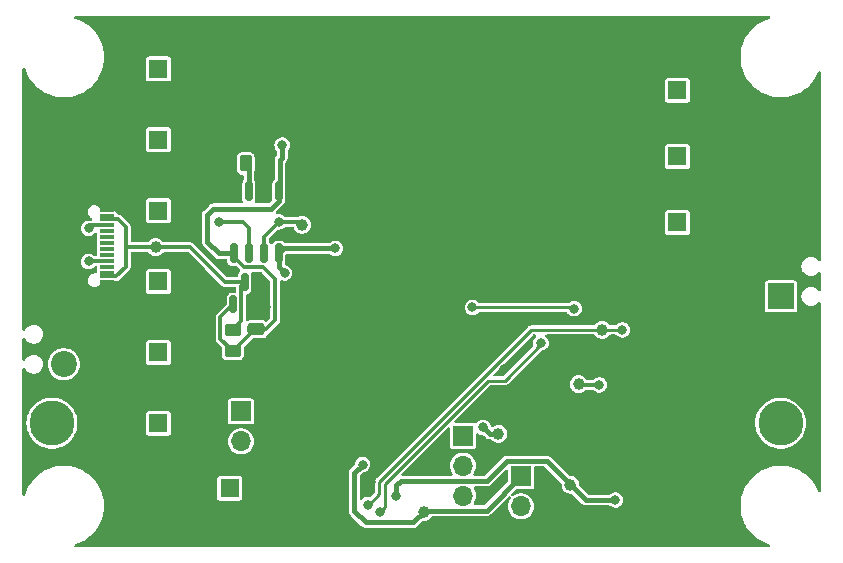
<source format=gbl>
%TF.GenerationSoftware,KiCad,Pcbnew,7.0.11-7.0.11~ubuntu22.04.1*%
%TF.CreationDate,2024-07-12T12:17:06+05:30*%
%TF.ProjectId,goodtorch,676f6f64-746f-4726-9368-2e6b69636164,rev?*%
%TF.SameCoordinates,Original*%
%TF.FileFunction,Copper,L2,Bot*%
%TF.FilePolarity,Positive*%
%FSLAX46Y46*%
G04 Gerber Fmt 4.6, Leading zero omitted, Abs format (unit mm)*
G04 Created by KiCad (PCBNEW 7.0.11-7.0.11~ubuntu22.04.1) date 2024-07-12 12:17:06*
%MOMM*%
%LPD*%
G01*
G04 APERTURE LIST*
G04 Aperture macros list*
%AMRoundRect*
0 Rectangle with rounded corners*
0 $1 Rounding radius*
0 $2 $3 $4 $5 $6 $7 $8 $9 X,Y pos of 4 corners*
0 Add a 4 corners polygon primitive as box body*
4,1,4,$2,$3,$4,$5,$6,$7,$8,$9,$2,$3,0*
0 Add four circle primitives for the rounded corners*
1,1,$1+$1,$2,$3*
1,1,$1+$1,$4,$5*
1,1,$1+$1,$6,$7*
1,1,$1+$1,$8,$9*
0 Add four rect primitives between the rounded corners*
20,1,$1+$1,$2,$3,$4,$5,0*
20,1,$1+$1,$4,$5,$6,$7,0*
20,1,$1+$1,$6,$7,$8,$9,0*
20,1,$1+$1,$8,$9,$2,$3,0*%
G04 Aperture macros list end*
%TA.AperFunction,ComponentPad*%
%ADD10R,1.600000X1.600000*%
%TD*%
%TA.AperFunction,ComponentPad*%
%ADD11C,1.600000*%
%TD*%
%TA.AperFunction,ComponentPad*%
%ADD12C,3.800000*%
%TD*%
%TA.AperFunction,ComponentPad*%
%ADD13R,2.200000X2.200000*%
%TD*%
%TA.AperFunction,ComponentPad*%
%ADD14C,2.200000*%
%TD*%
%TA.AperFunction,ComponentPad*%
%ADD15R,1.700000X1.700000*%
%TD*%
%TA.AperFunction,ComponentPad*%
%ADD16O,1.700000X1.700000*%
%TD*%
%TA.AperFunction,SMDPad,CuDef*%
%ADD17RoundRect,0.150000X0.150000X-0.587500X0.150000X0.587500X-0.150000X0.587500X-0.150000X-0.587500X0*%
%TD*%
%TA.AperFunction,SMDPad,CuDef*%
%ADD18RoundRect,0.250000X-0.475000X0.250000X-0.475000X-0.250000X0.475000X-0.250000X0.475000X0.250000X0*%
%TD*%
%TA.AperFunction,SMDPad,CuDef*%
%ADD19C,1.000000*%
%TD*%
%TA.AperFunction,SMDPad,CuDef*%
%ADD20R,1.150000X0.300000*%
%TD*%
%TA.AperFunction,ComponentPad*%
%ADD21O,1.600000X1.000000*%
%TD*%
%TA.AperFunction,ComponentPad*%
%ADD22O,2.100000X1.000000*%
%TD*%
%TA.AperFunction,SMDPad,CuDef*%
%ADD23RoundRect,0.150000X-0.150000X0.675000X-0.150000X-0.675000X0.150000X-0.675000X0.150000X0.675000X0*%
%TD*%
%TA.AperFunction,SMDPad,CuDef*%
%ADD24RoundRect,0.250000X0.262500X0.450000X-0.262500X0.450000X-0.262500X-0.450000X0.262500X-0.450000X0*%
%TD*%
%TA.AperFunction,SMDPad,CuDef*%
%ADD25RoundRect,0.250000X-0.450000X0.262500X-0.450000X-0.262500X0.450000X-0.262500X0.450000X0.262500X0*%
%TD*%
%TA.AperFunction,ViaPad*%
%ADD26C,0.800000*%
%TD*%
%TA.AperFunction,Conductor*%
%ADD27C,0.300000*%
%TD*%
%TA.AperFunction,Conductor*%
%ADD28C,0.250000*%
%TD*%
%TA.AperFunction,Conductor*%
%ADD29C,0.400000*%
%TD*%
G04 APERTURE END LIST*
D10*
%TO.P,C22,1*%
%TO.N,OUTPUT_VOLTAGE*%
X140955113Y-55400000D03*
D11*
%TO.P,C22,2*%
%TO.N,BAT_N*%
X142955113Y-55400000D03*
%TD*%
D10*
%TO.P,C12,1*%
%TO.N,BAT_P*%
X97000000Y-54000000D03*
D11*
%TO.P,C12,2*%
%TO.N,BAT_N*%
X99000000Y-54000000D03*
%TD*%
D12*
%TO.P,H5,1,1*%
%TO.N,BAT_P*%
X88000000Y-78000000D03*
%TD*%
D13*
%TO.P,J4,1,Pin_1*%
%TO.N,OUTPUT_VOLTAGE*%
X149720000Y-67270000D03*
D14*
%TO.P,J4,2,Pin_2*%
%TO.N,BAT_N*%
X149720000Y-64730000D03*
%TD*%
D13*
%TO.P,J3,1,Pin_1*%
%TO.N,BAT_N*%
X89000000Y-70460000D03*
D14*
%TO.P,J3,2,Pin_2*%
%TO.N,BAT_P*%
X89000000Y-73000000D03*
%TD*%
D10*
%TO.P,C4,1*%
%TO.N,BAT_P*%
X97000000Y-60000000D03*
D11*
%TO.P,C4,2*%
%TO.N,BAT_N*%
X99000000Y-60000000D03*
%TD*%
D12*
%TO.P,H8,1,1*%
%TO.N,OUTPUT_VOLTAGE*%
X149700000Y-78000000D03*
%TD*%
D10*
%TO.P,C6,1*%
%TO.N,+3V3*%
X103050000Y-83500000D03*
D11*
%TO.P,C6,2*%
%TO.N,BAT_N*%
X103050000Y-85500000D03*
%TD*%
D10*
%TO.P,C8,1*%
%TO.N,BAT_P*%
X97000000Y-72000000D03*
D11*
%TO.P,C8,2*%
%TO.N,BAT_N*%
X99000000Y-72000000D03*
%TD*%
D15*
%TO.P,J2,1,Pin_1*%
%TO.N,ENABLE*%
X127700000Y-82500000D03*
D16*
%TO.P,J2,2,Pin_2*%
%TO.N,+3V3*%
X127700000Y-85040000D03*
%TD*%
D15*
%TO.P,J1,1,Pin_1*%
%TO.N,SWDCLK*%
X122800000Y-79060000D03*
D16*
%TO.P,J1,2,Pin_2*%
%TO.N,SWDIO*%
X122800000Y-81600000D03*
%TO.P,J1,3,Pin_3*%
%TO.N,+3V3*%
X122800000Y-84140000D03*
%TO.P,J1,4,Pin_4*%
%TO.N,BAT_N*%
X122800000Y-86680000D03*
%TD*%
D10*
%TO.P,C23,1*%
%TO.N,OUTPUT_VOLTAGE*%
X140955113Y-61000000D03*
D11*
%TO.P,C23,2*%
%TO.N,BAT_N*%
X142955113Y-61000000D03*
%TD*%
D10*
%TO.P,C3,1*%
%TO.N,BAT_P*%
X97000000Y-66000000D03*
D11*
%TO.P,C3,2*%
%TO.N,BAT_N*%
X99000000Y-66000000D03*
%TD*%
D10*
%TO.P,C10,1*%
%TO.N,BAT_P*%
X97000000Y-78000000D03*
D11*
%TO.P,C10,2*%
%TO.N,BAT_N*%
X99000000Y-78000000D03*
%TD*%
D12*
%TO.P,H6,1,1*%
%TO.N,BAT_N*%
X88000000Y-54000000D03*
%TD*%
%TO.P,H7,1,1*%
%TO.N,BAT_N*%
X150000000Y-54000000D03*
%TD*%
D10*
%TO.P,C21,1*%
%TO.N,OUTPUT_VOLTAGE*%
X140955113Y-49800000D03*
D11*
%TO.P,C21,2*%
%TO.N,BAT_N*%
X142955113Y-49800000D03*
%TD*%
D10*
%TO.P,C5,1*%
%TO.N,BAT_P*%
X97000000Y-48000000D03*
D11*
%TO.P,C5,2*%
%TO.N,BAT_N*%
X99000000Y-48000000D03*
%TD*%
D15*
%TO.P,J6,1,Pin_1*%
%TO.N,Net-(J6-Pin_1)*%
X104000000Y-77000000D03*
D16*
%TO.P,J6,2,Pin_2*%
%TO.N,BAT_P*%
X104000000Y-79540000D03*
%TD*%
D17*
%TO.P,Q1,1,G*%
%TO.N,BAT_N*%
X105262500Y-67937500D03*
%TO.P,Q1,2,S*%
%TO.N,VUSB*%
X103362500Y-67937500D03*
%TO.P,Q1,3,D*%
%TO.N,VBUS_RAW*%
X104312500Y-66062500D03*
%TD*%
D18*
%TO.P,C15,1*%
%TO.N,VUSB*%
X105312500Y-70050000D03*
%TO.P,C15,2*%
%TO.N,BAT_N*%
X105312500Y-71950000D03*
%TD*%
D19*
%TO.P,TP3,1,1*%
%TO.N,ENABLE*%
X119500000Y-85500000D03*
%TD*%
D20*
%TO.P,J5,A1,GND*%
%TO.N,BAT_N*%
X92670000Y-66350000D03*
%TO.P,J5,A4,VBUS*%
%TO.N,VBUS_RAW*%
X92670000Y-65550000D03*
%TO.P,J5,A5,CC1*%
%TO.N,CC1*%
X92670000Y-64250000D03*
%TO.P,J5,A6,D+*%
%TO.N,unconnected-(J5-D+-PadA6)*%
X92670000Y-63250000D03*
%TO.P,J5,A7,D-*%
%TO.N,unconnected-(J5-D--PadA7)*%
X92670000Y-62750000D03*
%TO.P,J5,A8,SBU1*%
%TO.N,unconnected-(J5-SBU1-PadA8)*%
X92670000Y-61750000D03*
%TO.P,J5,A9,VBUS*%
%TO.N,VBUS_RAW*%
X92670000Y-60450000D03*
%TO.P,J5,A12,GND*%
%TO.N,BAT_N*%
X92670000Y-59650000D03*
%TO.P,J5,B1,GND*%
X92670000Y-59950000D03*
%TO.P,J5,B4,VBUS*%
%TO.N,VBUS_RAW*%
X92670000Y-60750000D03*
%TO.P,J5,B5,CC2*%
%TO.N,CC2*%
X92670000Y-61250000D03*
%TO.P,J5,B6,D+*%
%TO.N,unconnected-(J5-D+-PadB6)*%
X92670000Y-62250000D03*
%TO.P,J5,B7,D-*%
%TO.N,unconnected-(J5-D--PadB7)*%
X92670000Y-63750000D03*
%TO.P,J5,B8,SBU2*%
%TO.N,unconnected-(J5-SBU2-PadB8)*%
X92670000Y-64750000D03*
%TO.P,J5,B9,VBUS*%
%TO.N,VBUS_RAW*%
X92670000Y-65250000D03*
%TO.P,J5,B12,GND*%
%TO.N,BAT_N*%
X92670000Y-66050000D03*
D21*
%TO.P,J5,S1,SHIELD*%
X87925000Y-67320000D03*
D22*
X92105000Y-67320000D03*
D21*
X87925000Y-58680000D03*
D22*
X92105000Y-58680000D03*
%TD*%
D19*
%TO.P,TP14,1,1*%
%TO.N,FEEDBACK*%
X134600000Y-70100000D03*
%TD*%
%TO.P,TP4,1,1*%
%TO.N,Net-(U1-PB0{slash}PB1{slash}PB2{slash}PA8)*%
X132600000Y-74700000D03*
%TD*%
D23*
%TO.P,U2,1,TEMP*%
%TO.N,BAT_N*%
X103407500Y-58375000D03*
%TO.P,U2,2,PROG*%
%TO.N,Net-(U2-PROG)*%
X104677500Y-58375000D03*
%TO.P,U2,3,GND*%
%TO.N,BAT_N*%
X105947500Y-58375000D03*
%TO.P,U2,4,VCC*%
%TO.N,VUSB*%
X107217500Y-58375000D03*
%TO.P,U2,5,BAT*%
%TO.N,BAT_P*%
X107217500Y-63625000D03*
%TO.P,U2,6,~{STDBY}*%
%TO.N,Net-(U2-~{STDBY})*%
X105947500Y-63625000D03*
%TO.P,U2,7,~{CHRG}*%
%TO.N,Net-(U2-~{CHRG})*%
X104677500Y-63625000D03*
%TO.P,U2,8,CE*%
%TO.N,VUSB*%
X103407500Y-63625000D03*
%TD*%
D24*
%TO.P,R19,1*%
%TO.N,BAT_N*%
X106225000Y-56000000D03*
%TO.P,R19,2*%
%TO.N,Net-(U2-PROG)*%
X104400000Y-56000000D03*
%TD*%
D19*
%TO.P,TP5,1,1*%
%TO.N,LED*%
X125800000Y-78900000D03*
%TD*%
%TO.P,TP25,1,1*%
%TO.N,VBUS_RAW*%
X96800000Y-63100000D03*
%TD*%
D25*
%TO.P,R11,1*%
%TO.N,VBUS_RAW*%
X103312500Y-70087500D03*
%TO.P,R11,2*%
%TO.N,VUSB*%
X103312500Y-71912500D03*
%TD*%
D19*
%TO.P,TP6,1,1*%
%TO.N,Net-(U1-NRST)*%
X131900000Y-83200000D03*
%TD*%
%TO.P,TP27,1,1*%
%TO.N,Net-(U2-~{STDBY})*%
X109200000Y-61200000D03*
%TD*%
D26*
%TO.N,BAT_N*%
X108500000Y-59050000D03*
%TO.N,Net-(U2-~{STDBY})*%
X107200000Y-60950000D03*
%TO.N,Net-(U2-~{CHRG})*%
X102100000Y-61000000D03*
%TO.N,LED*%
X124500000Y-78350000D03*
%TO.N,VUSB*%
X107500000Y-54450000D03*
%TO.N,BAT_N*%
X142900000Y-64000000D03*
%TO.N,Net-(U1-PB0{slash}PB1{slash}PB2{slash}PA8)*%
X134350000Y-74750000D03*
%TO.N,Net-(U1-NRST)*%
X117100000Y-84200000D03*
%TO.N,Net-(U1-PA7)*%
X115750000Y-85500000D03*
%TO.N,FEEDBACK*%
X114750000Y-84900000D03*
%TO.N,BAT_N*%
X108000000Y-66700000D03*
X106100000Y-68200000D03*
X100300000Y-69800000D03*
X100300000Y-68600000D03*
%TO.N,CC1*%
X91100000Y-64300000D03*
%TO.N,CC2*%
X91100000Y-61500000D03*
%TO.N,BAT_N*%
X109600000Y-70800000D03*
X109500000Y-64300000D03*
X109600000Y-69500000D03*
X122900000Y-67300000D03*
X121100000Y-69000000D03*
%TO.N,HIGH_SIDE_FET*%
X123600000Y-68200000D03*
%TO.N,BAT_N*%
X125600000Y-66300000D03*
X127900000Y-66900000D03*
%TO.N,HIGH_SIDE_FET*%
X132200000Y-68300000D03*
%TO.N,Net-(U1-PA7)*%
X129400000Y-71200000D03*
%TO.N,FEEDBACK*%
X136300000Y-70100000D03*
%TO.N,Net-(U1-NRST)*%
X135700000Y-84500000D03*
%TO.N,BAT_N*%
X115000000Y-83000000D03*
X110700000Y-86200000D03*
X108600000Y-86200000D03*
X99000000Y-86900000D03*
X138300000Y-74200000D03*
X129600000Y-83400000D03*
X121000000Y-48700000D03*
X141100000Y-82800000D03*
X93200000Y-87500000D03*
X143300000Y-44400000D03*
X132900000Y-81400000D03*
X121000000Y-58700000D03*
X134100000Y-45800000D03*
X128100000Y-46200000D03*
X136100000Y-54200000D03*
X121000000Y-50700000D03*
X140998074Y-76792689D03*
X115000000Y-48700000D03*
X110700000Y-64100000D03*
X132900000Y-79000000D03*
X128100000Y-44200000D03*
X113000000Y-48700000D03*
X102000000Y-73500000D03*
X145100000Y-79500000D03*
X134100000Y-44200000D03*
X126300000Y-73400000D03*
X106200000Y-76200000D03*
X130100000Y-44200000D03*
X109000000Y-48700000D03*
X145500000Y-74800000D03*
X93800000Y-44400000D03*
X123000000Y-48700000D03*
X121000000Y-54700000D03*
X126500000Y-86200000D03*
X119800000Y-61000000D03*
X121000000Y-52700000D03*
X132100000Y-45800000D03*
X121434484Y-73313837D03*
X117000000Y-48700000D03*
X124600000Y-80700000D03*
X109000000Y-54700000D03*
X132100000Y-44200000D03*
X136100000Y-52200000D03*
X136100000Y-50200000D03*
X121100000Y-86500000D03*
X148700000Y-61200000D03*
X136100000Y-75400000D03*
X137600000Y-76800000D03*
X142600000Y-69900000D03*
X105100000Y-45300000D03*
X106100000Y-73000000D03*
X136100000Y-44200000D03*
X138500000Y-69900000D03*
X118100000Y-62700000D03*
X121108108Y-76116800D03*
X140500000Y-69900000D03*
X136100000Y-46200000D03*
X109000000Y-52700000D03*
X136100000Y-48200000D03*
X109000000Y-50700000D03*
X128100000Y-48200000D03*
X119000000Y-48700000D03*
X130100000Y-45800000D03*
X93700000Y-83600000D03*
X110900000Y-70800000D03*
X121000000Y-56700000D03*
X127100000Y-75100000D03*
X137600000Y-82800000D03*
X140500000Y-75400000D03*
X109000000Y-56700000D03*
X143700000Y-69000000D03*
X106700000Y-87700000D03*
X111000000Y-48700000D03*
X125100000Y-83800000D03*
%TO.N,ENABLE*%
X114300000Y-81500000D03*
%TO.N,BAT_P*%
X107687851Y-65285421D03*
X112000000Y-63200000D03*
%TD*%
D27*
%TO.N,VUSB*%
X103407500Y-63625000D02*
X103407500Y-63907500D01*
X103407500Y-63907500D02*
X104300000Y-64800000D01*
X106900000Y-69300000D02*
X106150000Y-70050000D01*
X104300000Y-64800000D02*
X105900000Y-64800000D01*
X105900000Y-64800000D02*
X106900000Y-65800000D01*
X106900000Y-65800000D02*
X106900000Y-69300000D01*
X106150000Y-70050000D02*
X105312500Y-70050000D01*
D28*
%TO.N,HIGH_SIDE_FET*%
X132100000Y-68200000D02*
X132200000Y-68300000D01*
X123600000Y-68200000D02*
X132100000Y-68200000D01*
D27*
%TO.N,Net-(U2-~{STDBY})*%
X107200000Y-60950000D02*
X108950000Y-60950000D01*
X108950000Y-60950000D02*
X109200000Y-61200000D01*
X107200000Y-60950000D02*
X105947500Y-62202500D01*
X105947500Y-62202500D02*
X105947500Y-63625000D01*
%TO.N,Net-(U2-~{CHRG})*%
X104677500Y-61477500D02*
X104677500Y-63625000D01*
X102100000Y-61000000D02*
X104200000Y-61000000D01*
X104200000Y-61000000D02*
X104677500Y-61477500D01*
D29*
%TO.N,VUSB*%
X107217500Y-58375000D02*
X107217500Y-59199999D01*
X107217500Y-59199999D02*
X106567499Y-59850000D01*
X106567499Y-59850000D02*
X101650000Y-59850000D01*
X101650000Y-59850000D02*
X101150000Y-60350000D01*
X101150000Y-60350000D02*
X101150000Y-62650000D01*
X102125000Y-63625000D02*
X103407500Y-63625000D01*
X101150000Y-62650000D02*
X102125000Y-63625000D01*
%TO.N,LED*%
X124500000Y-78350000D02*
X125050000Y-78900000D01*
X125050000Y-78900000D02*
X125800000Y-78900000D01*
%TO.N,VUSB*%
X107500000Y-55500000D02*
X107500000Y-54450000D01*
X107450000Y-55550000D02*
X107500000Y-55500000D01*
X107450000Y-55550000D02*
X107300000Y-55700000D01*
X107300000Y-55700000D02*
X107300000Y-58292500D01*
X107300000Y-58292500D02*
X107217500Y-58375000D01*
D27*
%TO.N,Net-(U1-PB0{slash}PB1{slash}PB2{slash}PA8)*%
X134350000Y-74750000D02*
X132650000Y-74750000D01*
X132650000Y-74750000D02*
X132600000Y-74700000D01*
X134250000Y-74750000D02*
X134350000Y-74750000D01*
D28*
%TO.N,Net-(U1-PA7)*%
X115750000Y-85500000D02*
X116175000Y-85075000D01*
X116175000Y-83136091D02*
X124911091Y-74400000D01*
X116175000Y-85075000D02*
X116175000Y-83136091D01*
X124911091Y-74400000D02*
X126325305Y-74400000D01*
X126325305Y-74400000D02*
X129400000Y-71325305D01*
X129400000Y-71325305D02*
X129400000Y-71200000D01*
D29*
%TO.N,Net-(U1-NRST)*%
X117150000Y-84200000D02*
X117150000Y-83250000D01*
X117150000Y-83250000D02*
X117510000Y-82890000D01*
X117510000Y-82890000D02*
X124810000Y-82890000D01*
X124810000Y-82890000D02*
X126500000Y-81200000D01*
X126500000Y-81200000D02*
X129900000Y-81200000D01*
X129900000Y-81200000D02*
X133200000Y-84500000D01*
X133200000Y-84500000D02*
X135700000Y-84500000D01*
D28*
%TO.N,FEEDBACK*%
X114750000Y-84900000D02*
X114800000Y-84900000D01*
X115725000Y-83975000D02*
X115725000Y-82949695D01*
X114800000Y-84900000D02*
X115725000Y-83975000D01*
X115725000Y-82949695D02*
X128574695Y-70100000D01*
X128574695Y-70100000D02*
X136300000Y-70100000D01*
D29*
%TO.N,ENABLE*%
X127700000Y-82500000D02*
X124800000Y-85400000D01*
X114550000Y-86400000D02*
X113600000Y-85450000D01*
X124800000Y-85400000D02*
X119600000Y-85400000D01*
X119600000Y-85400000D02*
X118600000Y-86400000D01*
X113600000Y-85450000D02*
X113600000Y-82200000D01*
X118600000Y-86400000D02*
X114550000Y-86400000D01*
X113600000Y-82200000D02*
X114300000Y-81500000D01*
D27*
%TO.N,VBUS_RAW*%
X103312500Y-70087500D02*
X104012500Y-69387500D01*
X104012500Y-69387500D02*
X104012500Y-66362500D01*
X104012500Y-66362500D02*
X104312500Y-66062500D01*
%TO.N,CC2*%
X91100000Y-61440000D02*
X91290000Y-61250000D01*
X91100000Y-61500000D02*
X91100000Y-61440000D01*
X91040000Y-61500000D02*
X91100000Y-61500000D01*
D28*
%TO.N,FEEDBACK*%
X136300000Y-70100000D02*
X136400000Y-70100000D01*
D27*
%TO.N,VUSB*%
X105312500Y-70050000D02*
X105175000Y-70050000D01*
X103362500Y-63670000D02*
X103407500Y-63625000D01*
X105175000Y-70050000D02*
X103312500Y-71912500D01*
X103312500Y-71912500D02*
X102262500Y-70862500D01*
X102262500Y-69037500D02*
X103362500Y-67937500D01*
X102262500Y-70862500D02*
X102262500Y-69037500D01*
D29*
%TO.N,BAT_P*%
X107217500Y-63625000D02*
X107217500Y-64815070D01*
X107217500Y-63625000D02*
X107642500Y-63200000D01*
X107217500Y-64815070D02*
X107687851Y-65285421D01*
X107642500Y-63200000D02*
X112000000Y-63200000D01*
D27*
%TO.N,VBUS_RAW*%
X93595000Y-60750000D02*
X92670000Y-60750000D01*
X102662500Y-66062500D02*
X99700000Y-63100000D01*
X99700000Y-63100000D02*
X94250000Y-63100000D01*
X93460000Y-65550000D02*
X94250000Y-64760000D01*
X92670000Y-65550000D02*
X93460000Y-65550000D01*
X94250000Y-64760000D02*
X94250000Y-63100000D01*
X104312500Y-66062500D02*
X102662500Y-66062500D01*
X94250000Y-63100000D02*
X94250000Y-61405000D01*
X94250000Y-61405000D02*
X93595000Y-60750000D01*
%TO.N,CC1*%
X91180000Y-64250000D02*
X92670000Y-64250000D01*
X91140000Y-64290000D02*
X91180000Y-64250000D01*
%TO.N,CC2*%
X91290000Y-61250000D02*
X92670000Y-61250000D01*
X91020000Y-61520000D02*
X91040000Y-61500000D01*
%TO.N,Net-(U2-~{STDBY})*%
X106000000Y-63572500D02*
X105947500Y-63625000D01*
D29*
%TO.N,Net-(U2-PROG)*%
X104677500Y-56277500D02*
X104400000Y-56000000D01*
X104677500Y-58375000D02*
X104677500Y-56277500D01*
%TD*%
%TA.AperFunction,Conductor*%
%TO.N,BAT_N*%
G36*
X126514834Y-81930439D02*
G01*
X126570767Y-81972311D01*
X126595184Y-82037775D01*
X126595500Y-82046621D01*
X126595500Y-82910376D01*
X126575815Y-82977415D01*
X126559181Y-82998057D01*
X124648058Y-84909181D01*
X124586735Y-84942666D01*
X124560377Y-84945500D01*
X123824796Y-84945500D01*
X123757757Y-84925815D01*
X123712002Y-84873011D01*
X123702058Y-84803853D01*
X123725841Y-84746774D01*
X123734544Y-84735249D01*
X123743088Y-84723935D01*
X123834328Y-84540701D01*
X123890345Y-84343821D01*
X123909232Y-84140000D01*
X123890345Y-83936179D01*
X123834328Y-83739299D01*
X123743088Y-83556065D01*
X123743087Y-83556064D01*
X123743087Y-83556063D01*
X123733394Y-83543228D01*
X123708701Y-83477867D01*
X123723265Y-83409532D01*
X123772462Y-83359919D01*
X123832347Y-83344500D01*
X124777508Y-83344500D01*
X124791390Y-83345279D01*
X124805067Y-83346820D01*
X124827184Y-83349313D01*
X124827184Y-83349312D01*
X124827186Y-83349313D01*
X124883941Y-83338573D01*
X124888369Y-83337821D01*
X124945479Y-83329214D01*
X124945482Y-83329212D01*
X124953721Y-83326670D01*
X124961801Y-83323843D01*
X124961803Y-83323841D01*
X124961807Y-83323841D01*
X125012869Y-83296853D01*
X125016884Y-83294825D01*
X125068921Y-83269767D01*
X125068923Y-83269764D01*
X125068927Y-83269763D01*
X125076023Y-83264924D01*
X125082938Y-83259822D01*
X125082940Y-83259820D01*
X125123745Y-83219013D01*
X125127032Y-83215846D01*
X125169356Y-83176577D01*
X125169360Y-83176569D01*
X125175153Y-83169307D01*
X125175801Y-83169824D01*
X125185233Y-83157525D01*
X126383820Y-81958938D01*
X126445142Y-81925455D01*
X126514834Y-81930439D01*
G37*
%TD.AperFunction*%
%TA.AperFunction,Conductor*%
G36*
X128966358Y-70499185D02*
G01*
X129012113Y-70551989D01*
X129022057Y-70621147D01*
X128993032Y-70684703D01*
X128981546Y-70696315D01*
X128906506Y-70762794D01*
X128906500Y-70762801D01*
X128816214Y-70893602D01*
X128759850Y-71042218D01*
X128740693Y-71199999D01*
X128740693Y-71200000D01*
X128760258Y-71361139D01*
X128748797Y-71430062D01*
X128724843Y-71463766D01*
X126204430Y-73984181D01*
X126143107Y-74017666D01*
X126116749Y-74020500D01*
X125490251Y-74020500D01*
X125423212Y-74000815D01*
X125377457Y-73948011D01*
X125367513Y-73878853D01*
X125396538Y-73815297D01*
X125402570Y-73808819D01*
X128695570Y-70515819D01*
X128756893Y-70482334D01*
X128783251Y-70479500D01*
X128899319Y-70479500D01*
X128966358Y-70499185D01*
G37*
%TD.AperFunction*%
%TA.AperFunction,Conductor*%
G36*
X105748127Y-65224185D02*
G01*
X105768769Y-65240819D01*
X106459181Y-65931230D01*
X106492666Y-65992553D01*
X106495500Y-66018911D01*
X106495500Y-69081087D01*
X106475815Y-69148126D01*
X106459181Y-69168768D01*
X106247012Y-69380936D01*
X106185689Y-69414421D01*
X106115997Y-69409437D01*
X106085022Y-69392523D01*
X106031770Y-69352660D01*
X106031769Y-69352659D01*
X106031767Y-69352658D01*
X105895842Y-69301960D01*
X105895838Y-69301959D01*
X105835762Y-69295500D01*
X104789248Y-69295500D01*
X104789242Y-69295501D01*
X104729155Y-69301960D01*
X104584924Y-69355757D01*
X104583664Y-69352380D01*
X104532127Y-69363580D01*
X104466668Y-69339149D01*
X104424809Y-69283207D01*
X104417000Y-69239898D01*
X104417000Y-67172655D01*
X104436685Y-67105616D01*
X104489489Y-67059861D01*
X104521602Y-67050182D01*
X104589052Y-67039499D01*
X104589053Y-67039498D01*
X104589055Y-67039498D01*
X104703223Y-66981326D01*
X104793826Y-66890723D01*
X104851998Y-66776555D01*
X104851998Y-66776553D01*
X104851999Y-66776552D01*
X104867000Y-66681839D01*
X104867000Y-65443160D01*
X104851912Y-65347898D01*
X104860867Y-65278604D01*
X104905863Y-65225152D01*
X104972614Y-65204513D01*
X104974385Y-65204500D01*
X105681088Y-65204500D01*
X105748127Y-65224185D01*
G37*
%TD.AperFunction*%
%TA.AperFunction,Conductor*%
G36*
X148764192Y-43520185D02*
G01*
X148809947Y-43572989D01*
X148819891Y-43642147D01*
X148790866Y-43705703D01*
X148736746Y-43742009D01*
X148441530Y-43841479D01*
X148441527Y-43841480D01*
X148441519Y-43841483D01*
X148107419Y-43996054D01*
X148107406Y-43996061D01*
X147791978Y-44185846D01*
X147791973Y-44185850D01*
X147498882Y-44408653D01*
X147231612Y-44661824D01*
X147231607Y-44661830D01*
X146993290Y-44942399D01*
X146993283Y-44942409D01*
X146786686Y-45247116D01*
X146614248Y-45572368D01*
X146614239Y-45572386D01*
X146477977Y-45914378D01*
X146477975Y-45914385D01*
X146379493Y-46269087D01*
X146379487Y-46269113D01*
X146319932Y-46632380D01*
X146319931Y-46632397D01*
X146300000Y-46999997D01*
X146300000Y-47000002D01*
X146319931Y-47367602D01*
X146319932Y-47367619D01*
X146379487Y-47730886D01*
X146379493Y-47730912D01*
X146477975Y-48085614D01*
X146477977Y-48085621D01*
X146614239Y-48427613D01*
X146614244Y-48427623D01*
X146786686Y-48752883D01*
X146981175Y-49039733D01*
X146993283Y-49057590D01*
X146993290Y-49057600D01*
X147231607Y-49338169D01*
X147231615Y-49338178D01*
X147498887Y-49591351D01*
X147791964Y-49814143D01*
X147791969Y-49814146D01*
X147791973Y-49814149D01*
X147791978Y-49814153D01*
X148107406Y-50003938D01*
X148107411Y-50003941D01*
X148107415Y-50003942D01*
X148107419Y-50003945D01*
X148441519Y-50158517D01*
X148441523Y-50158517D01*
X148441530Y-50158521D01*
X148790404Y-50276070D01*
X149149941Y-50355210D01*
X149515928Y-50395014D01*
X149515933Y-50395014D01*
X149884067Y-50395014D01*
X149884072Y-50395014D01*
X150250059Y-50355210D01*
X150609596Y-50276070D01*
X150958470Y-50158521D01*
X150958477Y-50158517D01*
X150958480Y-50158517D01*
X151292580Y-50003945D01*
X151292589Y-50003941D01*
X151411934Y-49932133D01*
X151608021Y-49814153D01*
X151608026Y-49814149D01*
X151608025Y-49814149D01*
X151608036Y-49814143D01*
X151901113Y-49591351D01*
X152168385Y-49338178D01*
X152406716Y-49057592D01*
X152613314Y-48752883D01*
X152785756Y-48427623D01*
X152860307Y-48240515D01*
X152903407Y-48185523D01*
X152969396Y-48162562D01*
X153037324Y-48178923D01*
X153085622Y-48229411D01*
X153099500Y-48286412D01*
X153099500Y-64138060D01*
X153079815Y-64205099D01*
X153027011Y-64250854D01*
X152957853Y-64260798D01*
X152894297Y-64231773D01*
X152887819Y-64225741D01*
X152762262Y-64100184D01*
X152609523Y-64004211D01*
X152439254Y-63944631D01*
X152439249Y-63944630D01*
X152304960Y-63929500D01*
X152304954Y-63929500D01*
X152215046Y-63929500D01*
X152215039Y-63929500D01*
X152080750Y-63944630D01*
X152080745Y-63944631D01*
X151910476Y-64004211D01*
X151757737Y-64100184D01*
X151630184Y-64227737D01*
X151534211Y-64380476D01*
X151474631Y-64550745D01*
X151474630Y-64550750D01*
X151454435Y-64729996D01*
X151454435Y-64730003D01*
X151474630Y-64909249D01*
X151474631Y-64909254D01*
X151534211Y-65079523D01*
X151596566Y-65178760D01*
X151630184Y-65232262D01*
X151757738Y-65359816D01*
X151801482Y-65387302D01*
X151890447Y-65443203D01*
X151910478Y-65455789D01*
X152080745Y-65515368D01*
X152080750Y-65515369D01*
X152171246Y-65525565D01*
X152215040Y-65530499D01*
X152215043Y-65530500D01*
X152215046Y-65530500D01*
X152304957Y-65530500D01*
X152304958Y-65530499D01*
X152372104Y-65522934D01*
X152439249Y-65515369D01*
X152439252Y-65515368D01*
X152439255Y-65515368D01*
X152609522Y-65455789D01*
X152762262Y-65359816D01*
X152887819Y-65234259D01*
X152949142Y-65200774D01*
X153018834Y-65205758D01*
X153074767Y-65247630D01*
X153099184Y-65313094D01*
X153099500Y-65321940D01*
X153099500Y-66678060D01*
X153079815Y-66745099D01*
X153027011Y-66790854D01*
X152957853Y-66800798D01*
X152894297Y-66771773D01*
X152887819Y-66765741D01*
X152762262Y-66640184D01*
X152609523Y-66544211D01*
X152439254Y-66484631D01*
X152439249Y-66484630D01*
X152304960Y-66469500D01*
X152304954Y-66469500D01*
X152215046Y-66469500D01*
X152215039Y-66469500D01*
X152080750Y-66484630D01*
X152080745Y-66484631D01*
X151910476Y-66544211D01*
X151757737Y-66640184D01*
X151630184Y-66767737D01*
X151534211Y-66920476D01*
X151474631Y-67090745D01*
X151474630Y-67090750D01*
X151454435Y-67269996D01*
X151454435Y-67270003D01*
X151474630Y-67449249D01*
X151474631Y-67449254D01*
X151534211Y-67619523D01*
X151574434Y-67683537D01*
X151630184Y-67772262D01*
X151757738Y-67899816D01*
X151910478Y-67995789D01*
X152080745Y-68055368D01*
X152080750Y-68055369D01*
X152171246Y-68065565D01*
X152215040Y-68070499D01*
X152215043Y-68070500D01*
X152215046Y-68070500D01*
X152304957Y-68070500D01*
X152304958Y-68070499D01*
X152372104Y-68062934D01*
X152439249Y-68055369D01*
X152439252Y-68055368D01*
X152439255Y-68055368D01*
X152609522Y-67995789D01*
X152762262Y-67899816D01*
X152887819Y-67774259D01*
X152949142Y-67740774D01*
X153018834Y-67745758D01*
X153074767Y-67787630D01*
X153099184Y-67853094D01*
X153099500Y-67861940D01*
X153099500Y-83713587D01*
X153079815Y-83780626D01*
X153027011Y-83826381D01*
X152957853Y-83836325D01*
X152894297Y-83807300D01*
X152860307Y-83759484D01*
X152785760Y-83572387D01*
X152785759Y-83572386D01*
X152785756Y-83572377D01*
X152613314Y-83247117D01*
X152406716Y-82942408D01*
X152406712Y-82942403D01*
X152406709Y-82942399D01*
X152168392Y-82661830D01*
X152168387Y-82661824D01*
X152167035Y-82660543D01*
X151901113Y-82408649D01*
X151608036Y-82185857D01*
X151608032Y-82185854D01*
X151608026Y-82185850D01*
X151608021Y-82185846D01*
X151292593Y-81996061D01*
X151292580Y-81996054D01*
X150958480Y-81841482D01*
X150958475Y-81841481D01*
X150958472Y-81841480D01*
X150958470Y-81841479D01*
X150846690Y-81803816D01*
X150609598Y-81723930D01*
X150250057Y-81644789D01*
X149884073Y-81604986D01*
X149884072Y-81604986D01*
X149515928Y-81604986D01*
X149515926Y-81604986D01*
X149149942Y-81644789D01*
X148790401Y-81723930D01*
X148441524Y-81841481D01*
X148441519Y-81841482D01*
X148107419Y-81996054D01*
X148107406Y-81996061D01*
X147791978Y-82185846D01*
X147791973Y-82185850D01*
X147781495Y-82193815D01*
X147549111Y-82370470D01*
X147498882Y-82408653D01*
X147231612Y-82661824D01*
X147231607Y-82661830D01*
X146993290Y-82942399D01*
X146993283Y-82942409D01*
X146786686Y-83247116D01*
X146614248Y-83572368D01*
X146614239Y-83572386D01*
X146477977Y-83914378D01*
X146477975Y-83914385D01*
X146379493Y-84269087D01*
X146379487Y-84269113D01*
X146319932Y-84632380D01*
X146319931Y-84632393D01*
X146319931Y-84632395D01*
X146319670Y-84637205D01*
X146300000Y-84999997D01*
X146300000Y-85000002D01*
X146303780Y-85069727D01*
X146317416Y-85321226D01*
X146319931Y-85367602D01*
X146319932Y-85367619D01*
X146379487Y-85730886D01*
X146379493Y-85730912D01*
X146477975Y-86085614D01*
X146477977Y-86085621D01*
X146614239Y-86427613D01*
X146614248Y-86427631D01*
X146763297Y-86708767D01*
X146786686Y-86752883D01*
X146858847Y-86859313D01*
X146993283Y-87057590D01*
X146993290Y-87057600D01*
X147231607Y-87338169D01*
X147231615Y-87338178D01*
X147498887Y-87591351D01*
X147791964Y-87814143D01*
X147791969Y-87814146D01*
X147791973Y-87814149D01*
X147791978Y-87814153D01*
X148107406Y-88003938D01*
X148107411Y-88003941D01*
X148107415Y-88003942D01*
X148107419Y-88003945D01*
X148441519Y-88158516D01*
X148441530Y-88158521D01*
X148716264Y-88251089D01*
X148736747Y-88257991D01*
X148793991Y-88298051D01*
X148820491Y-88362701D01*
X148807831Y-88431414D01*
X148760032Y-88482375D01*
X148697153Y-88499500D01*
X90002847Y-88499500D01*
X89935808Y-88479815D01*
X89890053Y-88427011D01*
X89880109Y-88357853D01*
X89909134Y-88294297D01*
X89963253Y-88257991D01*
X89979739Y-88252436D01*
X90258470Y-88158521D01*
X90592589Y-88003941D01*
X90711934Y-87932133D01*
X90908021Y-87814153D01*
X90908026Y-87814149D01*
X90908025Y-87814149D01*
X90908036Y-87814143D01*
X91201113Y-87591351D01*
X91468385Y-87338178D01*
X91706716Y-87057592D01*
X91913314Y-86752883D01*
X92085756Y-86427623D01*
X92222021Y-86085625D01*
X92320510Y-85730899D01*
X92358364Y-85499999D01*
X92363744Y-85467186D01*
X113140686Y-85467186D01*
X113151410Y-85523860D01*
X113152187Y-85528431D01*
X113160785Y-85585478D01*
X113163321Y-85593698D01*
X113166158Y-85601805D01*
X113193114Y-85652810D01*
X113195200Y-85656944D01*
X113220231Y-85708918D01*
X113225071Y-85716018D01*
X113230178Y-85722937D01*
X113230180Y-85722940D01*
X113230182Y-85722942D01*
X113270973Y-85763733D01*
X113274165Y-85767046D01*
X113292946Y-85787287D01*
X113313423Y-85809356D01*
X113320686Y-85815148D01*
X113320170Y-85815793D01*
X113332475Y-85825235D01*
X114205639Y-86698399D01*
X114214905Y-86708767D01*
X114237368Y-86736935D01*
X114237369Y-86736936D01*
X114285037Y-86769435D01*
X114288820Y-86772119D01*
X114335225Y-86806368D01*
X114342850Y-86810397D01*
X114350571Y-86814116D01*
X114380068Y-86823213D01*
X114405720Y-86831126D01*
X114410107Y-86832570D01*
X114430969Y-86839870D01*
X114464545Y-86851620D01*
X114464547Y-86851620D01*
X114464549Y-86851621D01*
X114464550Y-86851621D01*
X114472992Y-86853218D01*
X114481494Y-86854499D01*
X114481495Y-86854500D01*
X114539179Y-86854500D01*
X114543815Y-86854586D01*
X114561463Y-86855247D01*
X114601461Y-86856744D01*
X114601461Y-86856743D01*
X114601463Y-86856744D01*
X114601464Y-86856743D01*
X114610695Y-86855704D01*
X114610787Y-86856524D01*
X114626162Y-86854500D01*
X118567508Y-86854500D01*
X118581390Y-86855279D01*
X118592433Y-86856524D01*
X118617184Y-86859313D01*
X118617184Y-86859312D01*
X118617186Y-86859313D01*
X118673941Y-86848573D01*
X118678369Y-86847821D01*
X118735479Y-86839214D01*
X118735482Y-86839212D01*
X118743721Y-86836670D01*
X118751801Y-86833843D01*
X118751803Y-86833841D01*
X118751807Y-86833841D01*
X118802869Y-86806853D01*
X118806884Y-86804825D01*
X118858921Y-86779767D01*
X118858923Y-86779764D01*
X118858927Y-86779763D01*
X118866023Y-86774924D01*
X118872938Y-86769822D01*
X118873325Y-86769435D01*
X118913758Y-86729000D01*
X118917016Y-86725861D01*
X118959356Y-86686577D01*
X118959360Y-86686569D01*
X118965153Y-86679307D01*
X118965801Y-86679824D01*
X118975233Y-86667525D01*
X119353060Y-86289698D01*
X119414381Y-86256215D01*
X119454622Y-86254161D01*
X119483913Y-86257461D01*
X119499999Y-86259274D01*
X119500000Y-86259274D01*
X119500003Y-86259274D01*
X119668951Y-86240238D01*
X119668954Y-86240237D01*
X119829437Y-86184082D01*
X119973400Y-86093624D01*
X120093624Y-85973400D01*
X120131873Y-85912526D01*
X120184207Y-85866237D01*
X120236866Y-85854500D01*
X124767508Y-85854500D01*
X124781390Y-85855279D01*
X124795067Y-85856820D01*
X124817184Y-85859313D01*
X124817184Y-85859312D01*
X124817186Y-85859313D01*
X124873941Y-85848573D01*
X124878369Y-85847821D01*
X124935479Y-85839214D01*
X124935482Y-85839212D01*
X124943721Y-85836670D01*
X124951801Y-85833843D01*
X124951803Y-85833841D01*
X124951807Y-85833841D01*
X125002869Y-85806853D01*
X125006884Y-85804825D01*
X125058921Y-85779767D01*
X125058923Y-85779764D01*
X125058927Y-85779763D01*
X125066023Y-85774924D01*
X125072938Y-85769822D01*
X125079474Y-85763286D01*
X125113758Y-85729000D01*
X125117016Y-85725861D01*
X125159356Y-85686577D01*
X125159360Y-85686569D01*
X125165153Y-85679307D01*
X125165801Y-85679824D01*
X125175233Y-85667525D01*
X126635590Y-84207168D01*
X126696911Y-84173685D01*
X126766603Y-84178669D01*
X126822536Y-84220541D01*
X126846953Y-84286005D01*
X126832101Y-84354278D01*
X126822224Y-84369577D01*
X126756911Y-84456065D01*
X126665673Y-84639295D01*
X126665672Y-84639299D01*
X126615420Y-84815919D01*
X126609654Y-84836183D01*
X126590768Y-85039999D01*
X126590768Y-85040000D01*
X126609654Y-85243816D01*
X126609654Y-85243818D01*
X126609655Y-85243821D01*
X126665672Y-85440701D01*
X126665673Y-85440704D01*
X126756912Y-85623935D01*
X126880269Y-85787287D01*
X127031537Y-85925185D01*
X127031539Y-85925187D01*
X127205569Y-86032942D01*
X127205575Y-86032945D01*
X127246010Y-86048609D01*
X127396444Y-86106888D01*
X127597653Y-86144500D01*
X127597656Y-86144500D01*
X127802344Y-86144500D01*
X127802347Y-86144500D01*
X128003556Y-86106888D01*
X128194427Y-86032944D01*
X128368462Y-85925186D01*
X128519732Y-85787285D01*
X128643088Y-85623935D01*
X128734328Y-85440701D01*
X128790345Y-85243821D01*
X128809232Y-85040000D01*
X128790345Y-84836179D01*
X128734328Y-84639299D01*
X128643088Y-84456065D01*
X128568868Y-84357782D01*
X128519730Y-84292712D01*
X128368462Y-84154814D01*
X128368460Y-84154812D01*
X128194430Y-84047057D01*
X128194424Y-84047054D01*
X128043993Y-83988777D01*
X128003556Y-83973112D01*
X127802347Y-83935500D01*
X127597653Y-83935500D01*
X127396444Y-83973112D01*
X127396441Y-83973112D01*
X127396441Y-83973113D01*
X127205575Y-84047054D01*
X127205569Y-84047057D01*
X127038032Y-84150792D01*
X126970671Y-84169347D01*
X126903972Y-84148539D01*
X126859111Y-84094974D01*
X126850331Y-84025658D01*
X126880420Y-83962599D01*
X126885056Y-83957702D01*
X127201941Y-83640818D01*
X127263264Y-83607333D01*
X127289622Y-83604499D01*
X128575064Y-83604499D01*
X128575066Y-83604499D01*
X128649301Y-83589734D01*
X128733484Y-83533484D01*
X128789734Y-83449301D01*
X128804500Y-83375067D01*
X128804499Y-81778499D01*
X128824184Y-81711461D01*
X128876987Y-81665706D01*
X128928499Y-81654500D01*
X129660378Y-81654500D01*
X129727417Y-81674185D01*
X129748059Y-81690819D01*
X131110299Y-83053059D01*
X131143784Y-83114382D01*
X131145838Y-83154623D01*
X131140726Y-83199996D01*
X131140726Y-83200002D01*
X131159761Y-83368951D01*
X131215919Y-83529439D01*
X131264863Y-83607333D01*
X131306376Y-83673400D01*
X131426600Y-83793624D01*
X131570563Y-83884082D01*
X131657145Y-83914378D01*
X131731048Y-83940238D01*
X131899997Y-83959274D01*
X131900000Y-83959274D01*
X131900001Y-83959274D01*
X131914111Y-83957684D01*
X131945375Y-83954161D01*
X132014196Y-83966215D01*
X132046940Y-83989700D01*
X132855639Y-84798399D01*
X132864905Y-84808767D01*
X132887368Y-84836935D01*
X132887369Y-84836936D01*
X132935037Y-84869435D01*
X132938820Y-84872119D01*
X132985225Y-84906368D01*
X132992850Y-84910397D01*
X133000571Y-84914116D01*
X133030068Y-84923213D01*
X133055720Y-84931126D01*
X133060107Y-84932570D01*
X133080969Y-84939870D01*
X133114545Y-84951620D01*
X133114547Y-84951620D01*
X133114549Y-84951621D01*
X133114550Y-84951621D01*
X133122992Y-84953218D01*
X133131494Y-84954499D01*
X133131495Y-84954500D01*
X133189179Y-84954500D01*
X133193815Y-84954586D01*
X133211463Y-84955247D01*
X133251461Y-84956744D01*
X133251461Y-84956743D01*
X133251463Y-84956744D01*
X133251464Y-84956743D01*
X133260695Y-84955704D01*
X133260787Y-84956524D01*
X133276162Y-84954500D01*
X135179001Y-84954500D01*
X135246040Y-84974185D01*
X135261228Y-84985685D01*
X135325469Y-85042598D01*
X135325471Y-85042599D01*
X135466207Y-85116463D01*
X135543368Y-85135481D01*
X135620528Y-85154500D01*
X135620529Y-85154500D01*
X135779472Y-85154500D01*
X135845087Y-85138327D01*
X135933793Y-85116463D01*
X136074529Y-85042599D01*
X136193498Y-84937201D01*
X136283787Y-84806395D01*
X136340149Y-84657782D01*
X136359307Y-84500000D01*
X136354335Y-84459055D01*
X136340149Y-84342218D01*
X136321375Y-84292715D01*
X136283787Y-84193605D01*
X136193498Y-84062799D01*
X136193495Y-84062796D01*
X136193493Y-84062794D01*
X136074530Y-83957401D01*
X135933791Y-83883536D01*
X135779472Y-83845500D01*
X135779471Y-83845500D01*
X135620529Y-83845500D01*
X135620528Y-83845500D01*
X135466208Y-83883536D01*
X135325469Y-83957401D01*
X135261228Y-84014315D01*
X135197995Y-84044037D01*
X135179001Y-84045500D01*
X133439623Y-84045500D01*
X133372584Y-84025815D01*
X133351942Y-84009181D01*
X132689700Y-83346939D01*
X132656215Y-83285616D01*
X132654161Y-83245375D01*
X132659274Y-83200000D01*
X132654488Y-83157521D01*
X132640238Y-83031048D01*
X132613612Y-82954956D01*
X132584082Y-82870563D01*
X132493624Y-82726600D01*
X132373400Y-82606376D01*
X132229439Y-82515919D01*
X132229438Y-82515918D01*
X132229437Y-82515918D01*
X132190912Y-82502437D01*
X132068951Y-82459761D01*
X131900003Y-82440726D01*
X131899997Y-82440726D01*
X131854624Y-82445838D01*
X131785802Y-82433783D01*
X131753060Y-82410299D01*
X130244356Y-80901595D01*
X130235090Y-80891227D01*
X130228957Y-80883537D01*
X130212631Y-80863064D01*
X130164951Y-80830556D01*
X130161185Y-80827883D01*
X130114773Y-80793630D01*
X130107165Y-80789610D01*
X130099430Y-80785885D01*
X130099429Y-80785884D01*
X130099428Y-80785884D01*
X130044294Y-80768877D01*
X130039890Y-80767428D01*
X129985449Y-80748378D01*
X129977031Y-80746784D01*
X129968506Y-80745500D01*
X129968505Y-80745500D01*
X129910821Y-80745500D01*
X129906184Y-80745413D01*
X129904405Y-80745346D01*
X129848538Y-80743255D01*
X129839305Y-80744296D01*
X129839212Y-80743475D01*
X129823838Y-80745500D01*
X126532492Y-80745500D01*
X126518609Y-80744720D01*
X126513749Y-80744172D01*
X126482813Y-80740686D01*
X126426141Y-80751409D01*
X126421573Y-80752186D01*
X126376225Y-80759021D01*
X126364521Y-80760786D01*
X126364520Y-80760786D01*
X126364515Y-80760787D01*
X126356329Y-80763311D01*
X126348189Y-80766160D01*
X126297179Y-80793119D01*
X126293043Y-80795207D01*
X126241083Y-80820230D01*
X126233957Y-80825088D01*
X126227057Y-80830180D01*
X126186275Y-80870963D01*
X126182938Y-80874178D01*
X126140645Y-80913421D01*
X126134849Y-80920689D01*
X126134206Y-80920176D01*
X126124766Y-80932472D01*
X124658058Y-82399181D01*
X124596735Y-82432666D01*
X124570377Y-82435500D01*
X123802141Y-82435500D01*
X123735102Y-82415815D01*
X123689347Y-82363011D01*
X123679403Y-82293853D01*
X123703187Y-82236774D01*
X123743086Y-82183938D01*
X123743086Y-82183936D01*
X123743088Y-82183935D01*
X123834328Y-82000701D01*
X123890345Y-81803821D01*
X123909232Y-81600000D01*
X123890345Y-81396179D01*
X123834328Y-81199299D01*
X123743088Y-81016065D01*
X123679962Y-80932472D01*
X123619730Y-80852712D01*
X123468462Y-80714814D01*
X123468460Y-80714812D01*
X123294430Y-80607057D01*
X123294424Y-80607054D01*
X123143993Y-80548777D01*
X123103556Y-80533112D01*
X122902347Y-80495500D01*
X122697653Y-80495500D01*
X122496444Y-80533112D01*
X122496441Y-80533112D01*
X122496441Y-80533113D01*
X122305575Y-80607054D01*
X122305569Y-80607057D01*
X122131539Y-80714812D01*
X122131537Y-80714814D01*
X121980269Y-80852712D01*
X121856912Y-81016064D01*
X121765673Y-81199295D01*
X121709654Y-81396183D01*
X121690768Y-81599999D01*
X121690768Y-81600000D01*
X121709654Y-81803816D01*
X121709654Y-81803818D01*
X121709655Y-81803821D01*
X121761269Y-81985226D01*
X121765673Y-82000704D01*
X121856913Y-82183938D01*
X121896813Y-82236774D01*
X121921505Y-82302135D01*
X121906940Y-82370470D01*
X121857742Y-82420082D01*
X121797859Y-82435500D01*
X117711646Y-82435500D01*
X117644607Y-82415815D01*
X117598852Y-82363011D01*
X117588908Y-82293853D01*
X117617933Y-82230297D01*
X117623965Y-82223819D01*
X119422599Y-80425185D01*
X121483821Y-78363962D01*
X121545142Y-78330479D01*
X121614834Y-78335463D01*
X121670767Y-78377335D01*
X121695184Y-78442799D01*
X121695500Y-78451645D01*
X121695500Y-79935063D01*
X121710266Y-80009301D01*
X121766515Y-80093484D01*
X121797763Y-80114363D01*
X121850699Y-80149734D01*
X121850702Y-80149734D01*
X121850703Y-80149735D01*
X121874659Y-80154500D01*
X121924933Y-80164500D01*
X123675066Y-80164499D01*
X123749301Y-80149734D01*
X123833484Y-80093484D01*
X123889734Y-80009301D01*
X123904500Y-79935067D01*
X123904499Y-78972350D01*
X123924183Y-78905312D01*
X123976987Y-78859557D01*
X124046146Y-78849613D01*
X124109702Y-78878638D01*
X124110727Y-78879537D01*
X124125469Y-78892598D01*
X124125471Y-78892599D01*
X124266207Y-78966463D01*
X124290096Y-78972351D01*
X124420528Y-79004500D01*
X124420529Y-79004500D01*
X124460378Y-79004500D01*
X124527417Y-79024185D01*
X124548059Y-79040819D01*
X124705639Y-79198399D01*
X124714905Y-79208767D01*
X124737368Y-79236935D01*
X124737369Y-79236936D01*
X124785040Y-79269437D01*
X124788823Y-79272121D01*
X124835225Y-79306368D01*
X124842839Y-79310391D01*
X124850567Y-79314112D01*
X124850572Y-79314116D01*
X124905718Y-79331126D01*
X124910102Y-79332568D01*
X124964549Y-79351620D01*
X124964552Y-79351621D01*
X124972986Y-79353216D01*
X124981492Y-79354499D01*
X124981495Y-79354500D01*
X125039205Y-79354500D01*
X125043841Y-79354586D01*
X125101462Y-79356743D01*
X125110696Y-79355703D01*
X125110788Y-79356522D01*
X125126159Y-79354500D01*
X125136114Y-79354500D01*
X125203153Y-79374185D01*
X125223795Y-79390819D01*
X125326600Y-79493624D01*
X125470563Y-79584082D01*
X125592521Y-79626756D01*
X125631048Y-79640238D01*
X125799997Y-79659274D01*
X125800000Y-79659274D01*
X125800003Y-79659274D01*
X125968951Y-79640238D01*
X125968954Y-79640237D01*
X126129437Y-79584082D01*
X126273400Y-79493624D01*
X126393624Y-79373400D01*
X126484082Y-79229437D01*
X126540237Y-79068954D01*
X126540237Y-79068953D01*
X126540238Y-79068951D01*
X126559274Y-78900002D01*
X126559274Y-78899997D01*
X126540238Y-78731048D01*
X126526756Y-78692521D01*
X126484082Y-78570563D01*
X126393624Y-78426600D01*
X126273400Y-78306376D01*
X126129437Y-78215918D01*
X126061706Y-78192218D01*
X125968951Y-78159761D01*
X125800003Y-78140726D01*
X125799997Y-78140726D01*
X125631048Y-78159761D01*
X125470560Y-78215919D01*
X125331751Y-78303139D01*
X125264514Y-78322139D01*
X125197679Y-78301771D01*
X125152465Y-78248503D01*
X125142683Y-78213089D01*
X125140149Y-78192219D01*
X125127840Y-78159763D01*
X125083787Y-78043605D01*
X125053689Y-78000000D01*
X147540466Y-78000000D01*
X147560579Y-78294051D01*
X147560579Y-78294055D01*
X147560580Y-78294057D01*
X147568149Y-78330479D01*
X147620547Y-78582637D01*
X147620548Y-78582640D01*
X147719249Y-78860357D01*
X147719248Y-78860357D01*
X147827335Y-79068954D01*
X147854852Y-79122059D01*
X148018988Y-79354587D01*
X148024829Y-79362861D01*
X148226006Y-79578268D01*
X148454632Y-79764269D01*
X148454635Y-79764271D01*
X148454639Y-79764274D01*
X148586754Y-79844615D01*
X148706475Y-79917419D01*
X148917999Y-80009296D01*
X148976816Y-80034844D01*
X149260630Y-80114365D01*
X149517342Y-80149649D01*
X149552627Y-80154500D01*
X149552628Y-80154500D01*
X149847373Y-80154500D01*
X149882039Y-80149735D01*
X150139370Y-80114365D01*
X150423184Y-80034844D01*
X150693526Y-79917418D01*
X150945361Y-79764274D01*
X151173997Y-79578265D01*
X151375175Y-79362856D01*
X151545148Y-79122059D01*
X151680749Y-78860361D01*
X151779453Y-78582635D01*
X151839420Y-78294057D01*
X151859534Y-78000000D01*
X151839420Y-77705943D01*
X151779453Y-77417365D01*
X151680750Y-77139642D01*
X151680751Y-77139642D01*
X151545147Y-76877940D01*
X151375175Y-76637144D01*
X151375171Y-76637140D01*
X151375170Y-76637138D01*
X151173993Y-76421731D01*
X150945367Y-76235730D01*
X150945356Y-76235723D01*
X150693524Y-76082580D01*
X150423185Y-75965156D01*
X150139375Y-75885636D01*
X150139371Y-75885635D01*
X150139370Y-75885635D01*
X149993371Y-75865567D01*
X149847373Y-75845500D01*
X149847372Y-75845500D01*
X149552628Y-75845500D01*
X149552627Y-75845500D01*
X149260630Y-75885635D01*
X149260624Y-75885636D01*
X148976814Y-75965156D01*
X148706475Y-76082580D01*
X148454643Y-76235723D01*
X148454632Y-76235730D01*
X148226006Y-76421731D01*
X148024829Y-76637138D01*
X147854852Y-76877940D01*
X147719249Y-77139642D01*
X147620548Y-77417359D01*
X147620547Y-77417362D01*
X147560579Y-77705948D01*
X147540466Y-78000000D01*
X125053689Y-78000000D01*
X124993498Y-77912799D01*
X124993495Y-77912796D01*
X124993493Y-77912794D01*
X124874530Y-77807401D01*
X124733791Y-77733536D01*
X124579472Y-77695500D01*
X124579471Y-77695500D01*
X124420529Y-77695500D01*
X124420528Y-77695500D01*
X124266208Y-77733536D01*
X124125469Y-77807401D01*
X124006506Y-77912794D01*
X124006498Y-77912803D01*
X123967556Y-77969220D01*
X123913273Y-78013210D01*
X123843824Y-78020869D01*
X123796617Y-78001881D01*
X123749303Y-77970267D01*
X123749296Y-77970264D01*
X123675071Y-77955500D01*
X122191645Y-77955500D01*
X122124606Y-77935815D01*
X122078851Y-77883011D01*
X122068907Y-77813853D01*
X122097932Y-77750297D01*
X122103949Y-77743834D01*
X125031966Y-74815819D01*
X125093289Y-74782334D01*
X125119647Y-74779500D01*
X126273085Y-74779500D01*
X126298530Y-74782139D01*
X126302425Y-74782955D01*
X126309405Y-74784419D01*
X126341229Y-74780452D01*
X126356567Y-74779500D01*
X126356745Y-74779500D01*
X126356748Y-74779500D01*
X126377510Y-74776034D01*
X126382527Y-74775303D01*
X126435088Y-74768752D01*
X126442696Y-74766486D01*
X126450228Y-74763900D01*
X126450232Y-74763900D01*
X126496786Y-74738705D01*
X126501271Y-74736396D01*
X126548873Y-74713126D01*
X126548875Y-74713123D01*
X126548877Y-74713123D01*
X126555306Y-74708533D01*
X126561615Y-74703622D01*
X126561621Y-74703619D01*
X126564950Y-74700002D01*
X131840726Y-74700002D01*
X131859761Y-74868951D01*
X131873349Y-74907782D01*
X131915918Y-75029437D01*
X132006376Y-75173400D01*
X132126600Y-75293624D01*
X132270563Y-75384082D01*
X132392521Y-75426756D01*
X132431048Y-75440238D01*
X132599997Y-75459274D01*
X132600000Y-75459274D01*
X132600003Y-75459274D01*
X132768951Y-75440238D01*
X132768954Y-75440237D01*
X132929437Y-75384082D01*
X133073400Y-75293624D01*
X133176205Y-75190819D01*
X133237528Y-75157334D01*
X133263886Y-75154500D01*
X133772563Y-75154500D01*
X133839602Y-75174185D01*
X133854790Y-75185685D01*
X133975469Y-75292598D01*
X133975471Y-75292599D01*
X134116207Y-75366463D01*
X134187682Y-75384080D01*
X134270528Y-75404500D01*
X134270529Y-75404500D01*
X134429472Y-75404500D01*
X134480911Y-75391821D01*
X134583793Y-75366463D01*
X134724529Y-75292599D01*
X134843498Y-75187201D01*
X134933787Y-75056395D01*
X134990149Y-74907782D01*
X135009307Y-74750000D01*
X135007789Y-74737502D01*
X134990149Y-74592218D01*
X134966949Y-74531046D01*
X134933787Y-74443605D01*
X134843498Y-74312799D01*
X134843495Y-74312796D01*
X134843493Y-74312794D01*
X134724530Y-74207401D01*
X134583791Y-74133536D01*
X134429472Y-74095500D01*
X134429471Y-74095500D01*
X134270529Y-74095500D01*
X134270528Y-74095500D01*
X134116208Y-74133536D01*
X133975469Y-74207401D01*
X133854790Y-74314315D01*
X133791557Y-74344037D01*
X133772563Y-74345500D01*
X133336866Y-74345500D01*
X133269827Y-74325815D01*
X133231873Y-74287473D01*
X133193624Y-74226600D01*
X133073400Y-74106376D01*
X133056091Y-74095500D01*
X132929439Y-74015919D01*
X132929438Y-74015918D01*
X132929437Y-74015918D01*
X132883811Y-73999953D01*
X132768951Y-73959761D01*
X132600003Y-73940726D01*
X132599997Y-73940726D01*
X132431048Y-73959761D01*
X132270560Y-74015919D01*
X132126599Y-74106376D01*
X132006376Y-74226599D01*
X131915919Y-74370560D01*
X131859761Y-74531048D01*
X131840726Y-74699997D01*
X131840726Y-74700002D01*
X126564950Y-74700002D01*
X126597493Y-74664649D01*
X126600972Y-74661025D01*
X129371180Y-71890819D01*
X129432503Y-71857334D01*
X129458861Y-71854500D01*
X129479472Y-71854500D01*
X129530911Y-71841821D01*
X129633793Y-71816463D01*
X129774529Y-71742599D01*
X129893498Y-71637201D01*
X129983787Y-71506395D01*
X130040149Y-71357782D01*
X130059307Y-71200000D01*
X130057581Y-71185789D01*
X130040149Y-71042218D01*
X130027580Y-71009076D01*
X129983787Y-70893605D01*
X129893498Y-70762799D01*
X129893495Y-70762796D01*
X129893493Y-70762794D01*
X129818454Y-70696315D01*
X129781327Y-70637126D01*
X129782095Y-70567260D01*
X129820513Y-70508901D01*
X129884384Y-70480576D01*
X129900681Y-70479500D01*
X133878842Y-70479500D01*
X133945881Y-70499185D01*
X133983835Y-70537527D01*
X134006374Y-70573398D01*
X134006376Y-70573400D01*
X134126600Y-70693624D01*
X134270563Y-70784082D01*
X134392521Y-70826756D01*
X134431048Y-70840238D01*
X134599997Y-70859274D01*
X134600000Y-70859274D01*
X134600003Y-70859274D01*
X134768951Y-70840238D01*
X134768954Y-70840237D01*
X134929437Y-70784082D01*
X135073400Y-70693624D01*
X135193624Y-70573400D01*
X135200321Y-70562741D01*
X135216165Y-70537527D01*
X135268500Y-70491237D01*
X135321158Y-70479500D01*
X135701594Y-70479500D01*
X135768633Y-70499185D01*
X135803645Y-70533062D01*
X135806499Y-70537197D01*
X135806506Y-70537205D01*
X135925469Y-70642598D01*
X135925471Y-70642599D01*
X136066207Y-70716463D01*
X136143368Y-70735481D01*
X136220528Y-70754500D01*
X136220529Y-70754500D01*
X136379472Y-70754500D01*
X136430911Y-70741821D01*
X136533793Y-70716463D01*
X136674529Y-70642599D01*
X136793498Y-70537201D01*
X136883787Y-70406395D01*
X136940149Y-70257782D01*
X136959307Y-70100000D01*
X136940149Y-69942218D01*
X136883787Y-69793605D01*
X136793498Y-69662799D01*
X136793495Y-69662796D01*
X136793493Y-69662794D01*
X136674530Y-69557401D01*
X136533791Y-69483536D01*
X136379472Y-69445500D01*
X136379471Y-69445500D01*
X136220529Y-69445500D01*
X136220528Y-69445500D01*
X136066208Y-69483536D01*
X135925469Y-69557401D01*
X135806506Y-69662794D01*
X135806499Y-69662802D01*
X135803645Y-69666938D01*
X135749363Y-69710930D01*
X135701594Y-69720500D01*
X135321158Y-69720500D01*
X135254119Y-69700815D01*
X135216165Y-69662473D01*
X135193625Y-69626601D01*
X135073400Y-69506376D01*
X134929439Y-69415919D01*
X134929438Y-69415918D01*
X134929437Y-69415918D01*
X134890912Y-69402437D01*
X134768951Y-69359761D01*
X134600003Y-69340726D01*
X134599997Y-69340726D01*
X134431048Y-69359761D01*
X134270560Y-69415919D01*
X134126599Y-69506376D01*
X134006374Y-69626601D01*
X133983835Y-69662473D01*
X133931500Y-69708763D01*
X133878842Y-69720500D01*
X128626915Y-69720500D01*
X128601470Y-69717861D01*
X128590596Y-69715581D01*
X128590593Y-69715581D01*
X128558771Y-69719548D01*
X128543433Y-69720500D01*
X128543252Y-69720500D01*
X128530572Y-69722615D01*
X128522519Y-69723959D01*
X128517457Y-69724696D01*
X128464912Y-69731247D01*
X128457296Y-69733514D01*
X128449771Y-69736098D01*
X128403236Y-69761280D01*
X128398686Y-69763622D01*
X128351126Y-69786874D01*
X128344671Y-69791482D01*
X128338379Y-69796379D01*
X128302540Y-69835310D01*
X128298994Y-69839005D01*
X115493577Y-82644422D01*
X115473727Y-82660543D01*
X115464419Y-82666624D01*
X115444715Y-82691940D01*
X115434569Y-82703432D01*
X115434425Y-82703575D01*
X115434417Y-82703585D01*
X115422186Y-82720713D01*
X115419131Y-82724809D01*
X115386625Y-82766575D01*
X115382849Y-82773552D01*
X115379345Y-82780718D01*
X115364247Y-82831434D01*
X115362683Y-82836315D01*
X115345499Y-82886367D01*
X115344195Y-82894182D01*
X115343207Y-82902108D01*
X115345394Y-82954956D01*
X115345500Y-82960081D01*
X115345500Y-83766443D01*
X115325815Y-83833482D01*
X115309181Y-83854124D01*
X114949790Y-84213514D01*
X114888467Y-84246999D01*
X114836930Y-84246292D01*
X114836917Y-84246404D01*
X114835880Y-84246278D01*
X114832438Y-84246231D01*
X114829471Y-84245500D01*
X114670529Y-84245500D01*
X114670528Y-84245500D01*
X114516208Y-84283536D01*
X114375469Y-84357401D01*
X114260727Y-84459055D01*
X114197494Y-84488777D01*
X114128231Y-84479593D01*
X114074927Y-84434421D01*
X114054507Y-84367602D01*
X114054500Y-84366240D01*
X114054500Y-82439622D01*
X114074185Y-82372583D01*
X114090819Y-82351941D01*
X114251941Y-82190819D01*
X114313264Y-82157334D01*
X114339622Y-82154500D01*
X114379472Y-82154500D01*
X114430911Y-82141821D01*
X114533793Y-82116463D01*
X114674529Y-82042599D01*
X114793498Y-81937201D01*
X114883787Y-81806395D01*
X114940149Y-81657782D01*
X114959307Y-81500000D01*
X114946701Y-81396183D01*
X114940149Y-81342218D01*
X114885946Y-81199299D01*
X114883787Y-81193605D01*
X114793498Y-81062799D01*
X114793495Y-81062796D01*
X114793493Y-81062794D01*
X114674530Y-80957401D01*
X114533791Y-80883536D01*
X114379472Y-80845500D01*
X114379471Y-80845500D01*
X114220529Y-80845500D01*
X114220528Y-80845500D01*
X114066208Y-80883536D01*
X113925469Y-80957401D01*
X113806506Y-81062794D01*
X113806500Y-81062801D01*
X113716214Y-81193602D01*
X113659850Y-81342218D01*
X113643564Y-81476354D01*
X113615942Y-81540531D01*
X113608149Y-81549088D01*
X113301593Y-81855644D01*
X113291228Y-81864908D01*
X113263063Y-81887370D01*
X113230558Y-81935043D01*
X113227880Y-81938818D01*
X113193631Y-81985226D01*
X113189598Y-81992856D01*
X113185885Y-82000567D01*
X113168880Y-82055696D01*
X113167431Y-82060098D01*
X113148378Y-82114548D01*
X113146783Y-82122976D01*
X113145500Y-82131495D01*
X113145500Y-82189178D01*
X113145413Y-82193815D01*
X113143255Y-82251464D01*
X113144296Y-82260700D01*
X113143475Y-82260792D01*
X113145500Y-82276165D01*
X113145500Y-85417507D01*
X113144720Y-85431392D01*
X113140686Y-85467186D01*
X92363744Y-85467186D01*
X92380067Y-85367619D01*
X92380067Y-85367616D01*
X92380069Y-85367605D01*
X92400000Y-85000000D01*
X92380069Y-84632395D01*
X92364878Y-84539735D01*
X92329684Y-84325063D01*
X101995500Y-84325063D01*
X102010266Y-84399301D01*
X102066515Y-84483484D01*
X102100234Y-84506014D01*
X102150699Y-84539734D01*
X102150702Y-84539734D01*
X102150703Y-84539735D01*
X102175666Y-84544700D01*
X102224933Y-84554500D01*
X103875066Y-84554499D01*
X103949301Y-84539734D01*
X104033484Y-84483484D01*
X104089734Y-84399301D01*
X104104500Y-84325067D01*
X104104499Y-82674934D01*
X104089734Y-82600699D01*
X104071068Y-82572765D01*
X104033484Y-82516515D01*
X103983019Y-82482796D01*
X103949301Y-82460266D01*
X103949299Y-82460265D01*
X103949296Y-82460264D01*
X103875069Y-82445500D01*
X102224936Y-82445500D01*
X102150698Y-82460266D01*
X102066515Y-82516515D01*
X102010266Y-82600699D01*
X102010264Y-82600703D01*
X101995500Y-82674928D01*
X101995500Y-84325063D01*
X92329684Y-84325063D01*
X92320512Y-84269113D01*
X92320511Y-84269112D01*
X92320510Y-84269101D01*
X92258428Y-84045500D01*
X92222024Y-83914385D01*
X92222022Y-83914378D01*
X92209733Y-83883536D01*
X92160307Y-83759484D01*
X92085760Y-83572386D01*
X92085751Y-83572368D01*
X92065136Y-83533484D01*
X91913314Y-83247117D01*
X91706716Y-82942408D01*
X91706712Y-82942403D01*
X91706709Y-82942399D01*
X91468392Y-82661830D01*
X91468387Y-82661824D01*
X91467035Y-82660543D01*
X91201113Y-82408649D01*
X90908036Y-82185857D01*
X90908032Y-82185854D01*
X90908026Y-82185850D01*
X90908021Y-82185846D01*
X90592593Y-81996061D01*
X90592580Y-81996054D01*
X90258480Y-81841482D01*
X90258475Y-81841481D01*
X90258472Y-81841480D01*
X90258470Y-81841479D01*
X90146690Y-81803816D01*
X89909598Y-81723930D01*
X89550057Y-81644789D01*
X89184073Y-81604986D01*
X89184072Y-81604986D01*
X88815928Y-81604986D01*
X88815926Y-81604986D01*
X88449942Y-81644789D01*
X88090401Y-81723930D01*
X87741524Y-81841481D01*
X87741519Y-81841482D01*
X87407419Y-81996054D01*
X87407406Y-81996061D01*
X87091978Y-82185846D01*
X87091973Y-82185850D01*
X87081495Y-82193815D01*
X86849111Y-82370470D01*
X86798882Y-82408653D01*
X86531612Y-82661824D01*
X86531607Y-82661830D01*
X86293290Y-82942399D01*
X86293283Y-82942409D01*
X86086686Y-83247116D01*
X85914248Y-83572368D01*
X85914239Y-83572386D01*
X85777977Y-83914378D01*
X85777975Y-83914385D01*
X85743980Y-84036826D01*
X85707078Y-84096156D01*
X85643958Y-84126117D01*
X85574660Y-84117196D01*
X85521186Y-84072226D01*
X85500514Y-84005485D01*
X85500500Y-84003653D01*
X85500500Y-78000000D01*
X85840466Y-78000000D01*
X85860579Y-78294051D01*
X85860579Y-78294055D01*
X85860580Y-78294057D01*
X85868149Y-78330479D01*
X85920547Y-78582637D01*
X85920548Y-78582640D01*
X86019249Y-78860357D01*
X86019248Y-78860357D01*
X86127335Y-79068954D01*
X86154852Y-79122059D01*
X86318988Y-79354587D01*
X86324829Y-79362861D01*
X86526006Y-79578268D01*
X86754632Y-79764269D01*
X86754635Y-79764271D01*
X86754639Y-79764274D01*
X86886754Y-79844615D01*
X87006475Y-79917419D01*
X87217999Y-80009296D01*
X87276816Y-80034844D01*
X87560630Y-80114365D01*
X87817342Y-80149649D01*
X87852627Y-80154500D01*
X87852628Y-80154500D01*
X88147373Y-80154500D01*
X88182039Y-80149735D01*
X88439370Y-80114365D01*
X88723184Y-80034844D01*
X88993526Y-79917418D01*
X89245361Y-79764274D01*
X89473997Y-79578265D01*
X89509734Y-79540000D01*
X102890768Y-79540000D01*
X102909654Y-79743816D01*
X102909654Y-79743818D01*
X102909655Y-79743821D01*
X102959048Y-79917419D01*
X102965673Y-79940704D01*
X103056912Y-80123935D01*
X103180269Y-80287287D01*
X103331537Y-80425185D01*
X103331539Y-80425187D01*
X103505569Y-80532942D01*
X103505575Y-80532945D01*
X103506009Y-80533113D01*
X103696444Y-80606888D01*
X103897653Y-80644500D01*
X103897656Y-80644500D01*
X104102344Y-80644500D01*
X104102347Y-80644500D01*
X104303556Y-80606888D01*
X104494427Y-80532944D01*
X104668462Y-80425186D01*
X104819732Y-80287285D01*
X104943088Y-80123935D01*
X105034328Y-79940701D01*
X105090345Y-79743821D01*
X105109232Y-79540000D01*
X105090345Y-79336179D01*
X105034328Y-79139299D01*
X104943088Y-78956065D01*
X104819732Y-78792715D01*
X104819730Y-78792712D01*
X104668462Y-78654814D01*
X104668460Y-78654812D01*
X104494430Y-78547057D01*
X104494424Y-78547054D01*
X104343993Y-78488777D01*
X104303556Y-78473112D01*
X104102347Y-78435500D01*
X103897653Y-78435500D01*
X103696444Y-78473112D01*
X103696441Y-78473112D01*
X103696441Y-78473113D01*
X103505575Y-78547054D01*
X103505569Y-78547057D01*
X103331539Y-78654812D01*
X103331537Y-78654814D01*
X103180269Y-78792712D01*
X103056912Y-78956064D01*
X102965673Y-79139295D01*
X102965672Y-79139299D01*
X102915933Y-79314116D01*
X102909654Y-79336183D01*
X102890768Y-79539999D01*
X102890768Y-79540000D01*
X89509734Y-79540000D01*
X89675175Y-79362856D01*
X89845148Y-79122059D01*
X89980749Y-78860361D01*
X89993294Y-78825063D01*
X95945500Y-78825063D01*
X95960266Y-78899301D01*
X96016515Y-78983484D01*
X96047968Y-79004500D01*
X96100699Y-79039734D01*
X96100702Y-79039734D01*
X96100703Y-79039735D01*
X96125666Y-79044700D01*
X96174933Y-79054500D01*
X97825066Y-79054499D01*
X97899301Y-79039734D01*
X97983484Y-78983484D01*
X98039734Y-78899301D01*
X98054500Y-78825067D01*
X98054499Y-77875063D01*
X102895500Y-77875063D01*
X102910266Y-77949301D01*
X102966515Y-78033484D01*
X103000234Y-78056014D01*
X103050699Y-78089734D01*
X103050702Y-78089734D01*
X103050703Y-78089735D01*
X103075666Y-78094700D01*
X103124933Y-78104500D01*
X104875066Y-78104499D01*
X104949301Y-78089734D01*
X105033484Y-78033484D01*
X105089734Y-77949301D01*
X105104500Y-77875067D01*
X105104499Y-76124934D01*
X105089734Y-76050699D01*
X105071068Y-76022765D01*
X105033484Y-75966515D01*
X104983019Y-75932796D01*
X104949301Y-75910266D01*
X104949299Y-75910265D01*
X104949296Y-75910264D01*
X104875069Y-75895500D01*
X103124936Y-75895500D01*
X103050698Y-75910266D01*
X102966515Y-75966515D01*
X102910266Y-76050699D01*
X102910264Y-76050703D01*
X102895500Y-76124928D01*
X102895500Y-77875063D01*
X98054499Y-77875063D01*
X98054499Y-77174934D01*
X98039734Y-77100699D01*
X98021068Y-77072765D01*
X97983484Y-77016515D01*
X97933019Y-76982796D01*
X97899301Y-76960266D01*
X97899299Y-76960265D01*
X97899296Y-76960264D01*
X97825069Y-76945500D01*
X96174936Y-76945500D01*
X96100698Y-76960266D01*
X96016515Y-77016515D01*
X95960266Y-77100699D01*
X95960264Y-77100703D01*
X95945500Y-77174928D01*
X95945500Y-78825063D01*
X89993294Y-78825063D01*
X90079453Y-78582635D01*
X90139420Y-78294057D01*
X90159534Y-78000000D01*
X90139420Y-77705943D01*
X90079453Y-77417365D01*
X89980750Y-77139642D01*
X89980751Y-77139642D01*
X89845147Y-76877940D01*
X89675175Y-76637144D01*
X89675171Y-76637140D01*
X89675170Y-76637138D01*
X89473993Y-76421731D01*
X89245367Y-76235730D01*
X89245356Y-76235723D01*
X88993524Y-76082580D01*
X88723185Y-75965156D01*
X88439375Y-75885636D01*
X88439371Y-75885635D01*
X88439370Y-75885635D01*
X88293371Y-75865567D01*
X88147373Y-75845500D01*
X88147372Y-75845500D01*
X87852628Y-75845500D01*
X87852627Y-75845500D01*
X87560630Y-75885635D01*
X87560624Y-75885636D01*
X87276814Y-75965156D01*
X87006475Y-76082580D01*
X86754643Y-76235723D01*
X86754632Y-76235730D01*
X86526006Y-76421731D01*
X86324829Y-76637138D01*
X86154852Y-76877940D01*
X86019249Y-77139642D01*
X85920548Y-77417359D01*
X85920547Y-77417362D01*
X85860579Y-77705948D01*
X85840466Y-78000000D01*
X85500500Y-78000000D01*
X85500500Y-73407496D01*
X85520185Y-73340457D01*
X85572989Y-73294702D01*
X85642147Y-73284758D01*
X85705703Y-73313783D01*
X85729164Y-73344469D01*
X85730506Y-73343626D01*
X85791886Y-73441311D01*
X85830184Y-73502262D01*
X85957738Y-73629816D01*
X86110478Y-73725789D01*
X86280745Y-73785368D01*
X86280750Y-73785369D01*
X86371246Y-73795565D01*
X86415040Y-73800499D01*
X86415043Y-73800500D01*
X86415046Y-73800500D01*
X86504957Y-73800500D01*
X86504958Y-73800499D01*
X86572104Y-73792934D01*
X86639249Y-73785369D01*
X86639252Y-73785368D01*
X86639255Y-73785368D01*
X86809522Y-73725789D01*
X86962262Y-73629816D01*
X87089816Y-73502262D01*
X87185789Y-73349522D01*
X87245368Y-73179255D01*
X87245369Y-73179249D01*
X87265565Y-73000005D01*
X87640858Y-73000005D01*
X87659394Y-73223703D01*
X87714499Y-73441311D01*
X87804670Y-73646881D01*
X87905035Y-73800499D01*
X87927446Y-73834802D01*
X88079478Y-73999953D01*
X88079481Y-73999955D01*
X88079484Y-73999958D01*
X88256611Y-74137822D01*
X88256617Y-74137826D01*
X88256620Y-74137828D01*
X88454039Y-74244666D01*
X88666350Y-74317553D01*
X88887763Y-74354500D01*
X89112237Y-74354500D01*
X89333650Y-74317553D01*
X89545961Y-74244666D01*
X89743380Y-74137828D01*
X89748895Y-74133536D01*
X89897764Y-74017666D01*
X89920522Y-73999953D01*
X90072554Y-73834802D01*
X90195330Y-73646880D01*
X90285500Y-73441313D01*
X90340605Y-73223707D01*
X90354626Y-73054499D01*
X90359142Y-73000005D01*
X90359142Y-72999994D01*
X90344647Y-72825071D01*
X90344646Y-72825063D01*
X95945500Y-72825063D01*
X95960266Y-72899301D01*
X96016515Y-72983484D01*
X96041238Y-73000003D01*
X96100699Y-73039734D01*
X96100702Y-73039734D01*
X96100703Y-73039735D01*
X96125666Y-73044700D01*
X96174933Y-73054500D01*
X97825066Y-73054499D01*
X97899301Y-73039734D01*
X97983484Y-72983484D01*
X98039734Y-72899301D01*
X98054500Y-72825067D01*
X98054499Y-71174934D01*
X98039734Y-71100699D01*
X97984323Y-71017771D01*
X97983484Y-71016515D01*
X97933019Y-70982796D01*
X97899301Y-70960266D01*
X97899299Y-70960265D01*
X97899296Y-70960264D01*
X97825069Y-70945500D01*
X96174936Y-70945500D01*
X96100698Y-70960266D01*
X96016515Y-71016515D01*
X95960266Y-71100699D01*
X95960264Y-71100703D01*
X95945500Y-71174928D01*
X95945500Y-72825063D01*
X90344646Y-72825063D01*
X90340605Y-72776293D01*
X90285500Y-72558687D01*
X90195330Y-72353120D01*
X90072554Y-72165198D01*
X89920522Y-72000047D01*
X89920517Y-72000043D01*
X89920515Y-72000041D01*
X89743388Y-71862177D01*
X89743382Y-71862173D01*
X89545962Y-71755334D01*
X89545953Y-71755331D01*
X89333652Y-71682447D01*
X89112237Y-71645500D01*
X88887763Y-71645500D01*
X88666347Y-71682447D01*
X88454046Y-71755331D01*
X88454037Y-71755334D01*
X88256617Y-71862173D01*
X88256611Y-71862177D01*
X88079484Y-72000041D01*
X88079481Y-72000044D01*
X87927447Y-72165196D01*
X87927444Y-72165200D01*
X87804670Y-72353118D01*
X87714499Y-72558688D01*
X87659394Y-72776296D01*
X87640858Y-72999994D01*
X87640858Y-73000005D01*
X87265565Y-73000005D01*
X87265565Y-73000003D01*
X87265565Y-72999996D01*
X87245369Y-72820750D01*
X87245368Y-72820745D01*
X87229815Y-72776296D01*
X87185789Y-72650478D01*
X87089816Y-72497738D01*
X86962262Y-72370184D01*
X86935102Y-72353118D01*
X86809523Y-72274211D01*
X86639254Y-72214631D01*
X86639249Y-72214630D01*
X86504960Y-72199500D01*
X86504954Y-72199500D01*
X86415046Y-72199500D01*
X86415039Y-72199500D01*
X86280750Y-72214630D01*
X86280745Y-72214631D01*
X86110476Y-72274211D01*
X85957737Y-72370184D01*
X85830184Y-72497737D01*
X85730506Y-72656374D01*
X85728353Y-72655021D01*
X85689389Y-72698170D01*
X85621960Y-72716477D01*
X85555338Y-72695424D01*
X85510674Y-72641694D01*
X85500500Y-72592503D01*
X85500500Y-70867496D01*
X85520185Y-70800457D01*
X85572989Y-70754702D01*
X85642147Y-70744758D01*
X85705703Y-70773783D01*
X85729164Y-70804469D01*
X85730506Y-70803626D01*
X85827016Y-70957220D01*
X85830184Y-70962262D01*
X85957738Y-71089816D01*
X86041848Y-71142666D01*
X86093205Y-71174936D01*
X86110478Y-71185789D01*
X86151091Y-71200000D01*
X86280745Y-71245368D01*
X86280750Y-71245369D01*
X86371246Y-71255565D01*
X86415040Y-71260499D01*
X86415043Y-71260500D01*
X86415046Y-71260500D01*
X86504957Y-71260500D01*
X86504958Y-71260499D01*
X86572104Y-71252934D01*
X86639249Y-71245369D01*
X86639252Y-71245368D01*
X86639255Y-71245368D01*
X86809522Y-71185789D01*
X86962262Y-71089816D01*
X87089816Y-70962262D01*
X87185789Y-70809522D01*
X87245368Y-70639255D01*
X87245608Y-70637126D01*
X87265565Y-70460003D01*
X87265565Y-70459996D01*
X87245369Y-70280750D01*
X87245368Y-70280745D01*
X87187852Y-70116374D01*
X87185789Y-70110478D01*
X87089816Y-69957738D01*
X86962262Y-69830184D01*
X86904047Y-69793605D01*
X86809523Y-69734211D01*
X86639254Y-69674631D01*
X86639249Y-69674630D01*
X86504960Y-69659500D01*
X86504954Y-69659500D01*
X86415046Y-69659500D01*
X86415039Y-69659500D01*
X86280750Y-69674630D01*
X86280745Y-69674631D01*
X86110476Y-69734211D01*
X85957737Y-69830184D01*
X85830184Y-69957737D01*
X85730506Y-70116374D01*
X85728353Y-70115021D01*
X85689389Y-70158170D01*
X85621960Y-70176477D01*
X85555338Y-70155424D01*
X85510674Y-70101694D01*
X85500500Y-70052503D01*
X85500500Y-66825063D01*
X95945500Y-66825063D01*
X95960266Y-66899301D01*
X96016515Y-66983484D01*
X96050234Y-67006014D01*
X96100699Y-67039734D01*
X96100702Y-67039734D01*
X96100703Y-67039735D01*
X96125666Y-67044700D01*
X96174933Y-67054500D01*
X97825066Y-67054499D01*
X97899301Y-67039734D01*
X97983484Y-66983484D01*
X98039734Y-66899301D01*
X98054500Y-66825067D01*
X98054499Y-65174934D01*
X98039734Y-65100699D01*
X98021068Y-65072765D01*
X97983484Y-65016515D01*
X97916872Y-64972007D01*
X97899301Y-64960266D01*
X97899299Y-64960265D01*
X97899296Y-64960264D01*
X97825069Y-64945500D01*
X96174936Y-64945500D01*
X96100698Y-64960266D01*
X96016515Y-65016515D01*
X95960266Y-65100699D01*
X95960264Y-65100703D01*
X95945500Y-65174928D01*
X95945500Y-66825063D01*
X85500500Y-66825063D01*
X85500500Y-64300000D01*
X90440693Y-64300000D01*
X90459850Y-64457781D01*
X90495109Y-64550750D01*
X90515841Y-64605415D01*
X90516214Y-64606397D01*
X90573575Y-64689498D01*
X90606502Y-64737201D01*
X90606504Y-64737203D01*
X90606506Y-64737205D01*
X90725469Y-64842598D01*
X90725471Y-64842599D01*
X90866207Y-64916463D01*
X90899050Y-64924558D01*
X91020528Y-64954500D01*
X91020529Y-64954500D01*
X91179472Y-64954500D01*
X91231106Y-64941773D01*
X91333793Y-64916463D01*
X91474529Y-64842599D01*
X91593498Y-64737201D01*
X91613612Y-64708059D01*
X91667894Y-64664070D01*
X91715662Y-64654500D01*
X91716500Y-64654500D01*
X91783539Y-64674185D01*
X91829294Y-64726989D01*
X91840500Y-64778499D01*
X91840500Y-64925065D01*
X91840501Y-64925069D01*
X91850593Y-64975812D01*
X91850593Y-65024188D01*
X91840500Y-65074933D01*
X91840500Y-65199143D01*
X91820815Y-65266182D01*
X91768011Y-65311937D01*
X91700315Y-65322082D01*
X91642730Y-65314501D01*
X91642725Y-65314500D01*
X91642720Y-65314500D01*
X91567280Y-65314500D01*
X91567272Y-65314500D01*
X91454764Y-65329313D01*
X91454763Y-65329313D01*
X91314770Y-65387300D01*
X91314767Y-65387301D01*
X91314767Y-65387302D01*
X91194549Y-65479549D01*
X91155454Y-65530499D01*
X91102300Y-65599770D01*
X91044313Y-65739763D01*
X91044312Y-65739765D01*
X91024534Y-65889999D01*
X91024534Y-65890000D01*
X91044312Y-66040234D01*
X91044313Y-66040236D01*
X91087680Y-66144934D01*
X91102302Y-66180233D01*
X91194549Y-66300451D01*
X91314767Y-66392698D01*
X91454764Y-66450687D01*
X91567280Y-66465500D01*
X91567287Y-66465500D01*
X91642713Y-66465500D01*
X91642720Y-66465500D01*
X91755236Y-66450687D01*
X91895233Y-66392698D01*
X92015451Y-66300451D01*
X92107698Y-66180233D01*
X92165687Y-66040236D01*
X92165687Y-66040234D01*
X92168797Y-66032727D01*
X92171655Y-66033910D01*
X92200377Y-65986765D01*
X92263216Y-65956221D01*
X92283808Y-65954499D01*
X92628164Y-65954499D01*
X92628176Y-65954500D01*
X92638166Y-65954500D01*
X93524063Y-65954500D01*
X93524066Y-65954500D01*
X93545439Y-65947555D01*
X93564356Y-65943013D01*
X93586555Y-65939498D01*
X93606578Y-65929294D01*
X93624548Y-65921851D01*
X93645929Y-65914905D01*
X93664116Y-65901689D01*
X93680694Y-65891530D01*
X93700723Y-65881326D01*
X93716440Y-65865608D01*
X93716447Y-65865603D01*
X94138847Y-65443203D01*
X94558535Y-65023514D01*
X94581326Y-65000723D01*
X94591526Y-64980702D01*
X94601695Y-64964109D01*
X94614905Y-64945929D01*
X94621848Y-64924558D01*
X94629299Y-64906571D01*
X94639497Y-64886556D01*
X94639498Y-64886555D01*
X94643013Y-64864356D01*
X94647556Y-64845437D01*
X94648478Y-64842599D01*
X94654500Y-64824066D01*
X94654500Y-64695934D01*
X94654500Y-63628500D01*
X94674185Y-63561461D01*
X94726989Y-63515706D01*
X94778500Y-63504500D01*
X96094550Y-63504500D01*
X96161589Y-63524185D01*
X96199543Y-63562527D01*
X96206372Y-63573396D01*
X96206376Y-63573400D01*
X96326600Y-63693624D01*
X96470563Y-63784082D01*
X96589830Y-63825815D01*
X96631048Y-63840238D01*
X96799997Y-63859274D01*
X96800000Y-63859274D01*
X96800003Y-63859274D01*
X96968951Y-63840238D01*
X96985938Y-63834294D01*
X97129437Y-63784082D01*
X97273400Y-63693624D01*
X97393624Y-63573400D01*
X97393627Y-63573396D01*
X97400457Y-63562527D01*
X97452792Y-63516236D01*
X97505450Y-63504500D01*
X99481088Y-63504500D01*
X99548127Y-63524185D01*
X99568769Y-63540819D01*
X100952509Y-64924558D01*
X102331174Y-66303223D01*
X102421777Y-66393826D01*
X102441803Y-66404030D01*
X102458383Y-66414190D01*
X102476571Y-66427405D01*
X102497942Y-66434348D01*
X102515923Y-66441796D01*
X102524743Y-66446290D01*
X102535945Y-66451998D01*
X102558144Y-66455514D01*
X102577057Y-66460054D01*
X102598434Y-66467000D01*
X102630666Y-66467000D01*
X103484000Y-66467000D01*
X103551039Y-66486685D01*
X103596794Y-66539489D01*
X103608000Y-66591000D01*
X103608000Y-66821500D01*
X103588315Y-66888539D01*
X103535511Y-66934294D01*
X103484000Y-66945500D01*
X103180661Y-66945500D01*
X103085947Y-66960500D01*
X103009833Y-66999283D01*
X102971777Y-67018674D01*
X102971776Y-67018675D01*
X102971771Y-67018678D01*
X102881178Y-67109271D01*
X102881175Y-67109276D01*
X102823000Y-67223447D01*
X102808000Y-67318160D01*
X102808000Y-67868588D01*
X102788315Y-67935627D01*
X102771681Y-67956269D01*
X101953962Y-68773987D01*
X101953962Y-68773988D01*
X101942567Y-68785382D01*
X101931171Y-68796779D01*
X101920973Y-68816795D01*
X101910810Y-68833380D01*
X101897597Y-68851566D01*
X101897594Y-68851571D01*
X101890649Y-68872947D01*
X101883205Y-68890918D01*
X101873003Y-68910940D01*
X101873000Y-68910950D01*
X101869484Y-68933146D01*
X101864945Y-68952054D01*
X101858000Y-68973432D01*
X101858000Y-70926565D01*
X101864944Y-70947941D01*
X101869483Y-70966848D01*
X101873001Y-70989054D01*
X101883203Y-71009076D01*
X101890649Y-71027053D01*
X101897593Y-71048425D01*
X101897594Y-71048428D01*
X101910806Y-71066612D01*
X101920971Y-71083200D01*
X101931172Y-71103220D01*
X101931174Y-71103223D01*
X101950852Y-71122901D01*
X101950879Y-71122930D01*
X102323009Y-71495059D01*
X102356494Y-71556382D01*
X102358618Y-71595992D01*
X102358000Y-71601737D01*
X102358000Y-72223251D01*
X102358001Y-72223257D01*
X102364460Y-72283344D01*
X102415155Y-72419261D01*
X102415156Y-72419264D01*
X102415158Y-72419267D01*
X102444247Y-72458126D01*
X102502095Y-72535404D01*
X102533200Y-72558688D01*
X102618233Y-72622342D01*
X102754158Y-72673040D01*
X102814245Y-72679500D01*
X103810754Y-72679499D01*
X103870842Y-72673040D01*
X104006767Y-72622342D01*
X104122904Y-72535404D01*
X104209842Y-72419267D01*
X104260540Y-72283342D01*
X104263300Y-72257664D01*
X104266999Y-72223271D01*
X104266999Y-72223264D01*
X104267000Y-72223255D01*
X104266999Y-71601746D01*
X104266381Y-71596000D01*
X104278783Y-71527241D01*
X104301986Y-71495062D01*
X104956230Y-70840817D01*
X105017553Y-70807333D01*
X105043911Y-70804499D01*
X105835751Y-70804499D01*
X105835754Y-70804499D01*
X105895842Y-70798040D01*
X106031767Y-70747342D01*
X106147904Y-70660404D01*
X106234842Y-70544267D01*
X106254882Y-70490537D01*
X106296753Y-70434603D01*
X106332751Y-70415937D01*
X106335929Y-70414905D01*
X106354116Y-70401689D01*
X106370694Y-70391530D01*
X106390723Y-70381326D01*
X106406440Y-70365608D01*
X106406447Y-70365603D01*
X107215603Y-69556447D01*
X107215608Y-69556440D01*
X107231326Y-69540723D01*
X107241527Y-69520702D01*
X107251697Y-69504106D01*
X107264904Y-69485929D01*
X107271848Y-69464553D01*
X107279291Y-69446584D01*
X107289498Y-69426555D01*
X107293014Y-69404351D01*
X107297555Y-69385438D01*
X107304500Y-69364066D01*
X107304500Y-69235934D01*
X107304500Y-68200000D01*
X122940693Y-68200000D01*
X122959850Y-68357781D01*
X123016214Y-68506397D01*
X123087542Y-68609733D01*
X123106502Y-68637201D01*
X123106504Y-68637203D01*
X123106506Y-68637205D01*
X123225469Y-68742598D01*
X123225471Y-68742599D01*
X123366207Y-68816463D01*
X123434842Y-68833380D01*
X123520528Y-68854500D01*
X123520529Y-68854500D01*
X123679472Y-68854500D01*
X123730911Y-68841821D01*
X123833793Y-68816463D01*
X123974529Y-68742599D01*
X124093498Y-68637201D01*
X124096355Y-68633062D01*
X124150637Y-68589070D01*
X124198406Y-68579500D01*
X131532569Y-68579500D01*
X131599608Y-68599185D01*
X131634617Y-68633058D01*
X131706502Y-68737201D01*
X131706504Y-68737203D01*
X131706506Y-68737205D01*
X131825469Y-68842598D01*
X131825471Y-68842599D01*
X131966207Y-68916463D01*
X132019100Y-68929500D01*
X132120528Y-68954500D01*
X132120529Y-68954500D01*
X132279472Y-68954500D01*
X132366107Y-68933146D01*
X132433793Y-68916463D01*
X132574529Y-68842599D01*
X132693498Y-68737201D01*
X132783787Y-68606395D01*
X132840149Y-68457782D01*
X132847764Y-68395063D01*
X148365500Y-68395063D01*
X148380266Y-68469301D01*
X148436515Y-68553484D01*
X148470234Y-68576014D01*
X148520699Y-68609734D01*
X148520702Y-68609734D01*
X148520703Y-68609735D01*
X148545666Y-68614700D01*
X148594933Y-68624500D01*
X150845066Y-68624499D01*
X150919301Y-68609734D01*
X151003484Y-68553484D01*
X151059734Y-68469301D01*
X151074500Y-68395067D01*
X151074499Y-66144934D01*
X151059734Y-66070699D01*
X151007518Y-65992553D01*
X151003484Y-65986515D01*
X150938376Y-65943012D01*
X150919301Y-65930266D01*
X150919299Y-65930265D01*
X150919296Y-65930264D01*
X150845069Y-65915500D01*
X148594936Y-65915500D01*
X148520698Y-65930266D01*
X148436515Y-65986515D01*
X148380266Y-66070699D01*
X148380264Y-66070703D01*
X148365500Y-66144928D01*
X148365500Y-68395063D01*
X132847764Y-68395063D01*
X132859307Y-68300000D01*
X132840149Y-68142218D01*
X132783787Y-67993605D01*
X132693498Y-67862799D01*
X132693495Y-67862796D01*
X132693493Y-67862794D01*
X132574530Y-67757401D01*
X132433791Y-67683536D01*
X132279472Y-67645500D01*
X132279471Y-67645500D01*
X132120529Y-67645500D01*
X132120528Y-67645500D01*
X131966208Y-67683536D01*
X131825469Y-67757401D01*
X131789447Y-67789315D01*
X131726214Y-67819037D01*
X131707220Y-67820500D01*
X124198406Y-67820500D01*
X124131367Y-67800815D01*
X124096355Y-67766938D01*
X124093500Y-67762802D01*
X124093499Y-67762801D01*
X124093498Y-67762799D01*
X124093495Y-67762796D01*
X124093493Y-67762794D01*
X123974530Y-67657401D01*
X123833791Y-67583536D01*
X123679472Y-67545500D01*
X123679471Y-67545500D01*
X123520529Y-67545500D01*
X123520528Y-67545500D01*
X123366208Y-67583536D01*
X123225469Y-67657401D01*
X123106506Y-67762794D01*
X123106500Y-67762801D01*
X123016214Y-67893602D01*
X122959850Y-68042218D01*
X122940693Y-68199999D01*
X122940693Y-68200000D01*
X107304500Y-68200000D01*
X107304500Y-66023295D01*
X107324185Y-65956256D01*
X107376989Y-65910501D01*
X107446147Y-65900557D01*
X107458156Y-65902894D01*
X107608380Y-65939921D01*
X107608381Y-65939921D01*
X107767323Y-65939921D01*
X107818762Y-65927242D01*
X107921644Y-65901884D01*
X108062380Y-65828020D01*
X108181349Y-65722622D01*
X108271638Y-65591816D01*
X108328000Y-65443203D01*
X108347158Y-65285421D01*
X108333742Y-65174933D01*
X108328000Y-65127639D01*
X108317783Y-65100699D01*
X108271638Y-64979026D01*
X108181349Y-64848220D01*
X108181346Y-64848217D01*
X108181344Y-64848215D01*
X108062381Y-64742822D01*
X107921642Y-64668957D01*
X107817414Y-64643267D01*
X107757034Y-64608110D01*
X107725246Y-64545890D01*
X107732142Y-64476362D01*
X107736601Y-64466584D01*
X107756998Y-64426555D01*
X107756998Y-64426553D01*
X107756999Y-64426552D01*
X107772000Y-64331839D01*
X107772000Y-63778500D01*
X107791685Y-63711461D01*
X107844489Y-63665706D01*
X107896000Y-63654500D01*
X111479001Y-63654500D01*
X111546040Y-63674185D01*
X111561228Y-63685685D01*
X111625469Y-63742598D01*
X111625471Y-63742599D01*
X111766207Y-63816463D01*
X111804150Y-63825815D01*
X111920528Y-63854500D01*
X111920529Y-63854500D01*
X112079472Y-63854500D01*
X112137338Y-63840237D01*
X112233793Y-63816463D01*
X112374529Y-63742599D01*
X112493498Y-63637201D01*
X112583787Y-63506395D01*
X112640149Y-63357782D01*
X112659307Y-63200000D01*
X112654364Y-63159294D01*
X112640149Y-63042218D01*
X112630127Y-63015793D01*
X112583787Y-62893605D01*
X112493498Y-62762799D01*
X112493495Y-62762796D01*
X112493493Y-62762794D01*
X112374530Y-62657401D01*
X112233791Y-62583536D01*
X112079472Y-62545500D01*
X112079471Y-62545500D01*
X111920529Y-62545500D01*
X111920528Y-62545500D01*
X111766208Y-62583536D01*
X111625469Y-62657401D01*
X111561228Y-62714315D01*
X111497995Y-62744037D01*
X111479001Y-62745500D01*
X107786412Y-62745500D01*
X107719373Y-62725815D01*
X107698731Y-62709181D01*
X107608228Y-62618678D01*
X107608225Y-62618676D01*
X107608223Y-62618674D01*
X107494055Y-62560502D01*
X107494054Y-62560501D01*
X107494051Y-62560500D01*
X107494052Y-62560500D01*
X107399339Y-62545500D01*
X107399334Y-62545500D01*
X107035666Y-62545500D01*
X107035661Y-62545500D01*
X106940947Y-62560500D01*
X106864833Y-62599283D01*
X106826777Y-62618674D01*
X106826776Y-62618675D01*
X106826771Y-62618678D01*
X106736178Y-62709271D01*
X106736173Y-62709278D01*
X106692984Y-62794041D01*
X106645010Y-62844836D01*
X106577189Y-62861631D01*
X106511054Y-62839093D01*
X106472016Y-62794041D01*
X106456097Y-62762799D01*
X106428826Y-62709277D01*
X106428823Y-62709274D01*
X106428821Y-62709271D01*
X106388319Y-62668769D01*
X106354834Y-62607446D01*
X106352000Y-62581088D01*
X106352000Y-62421410D01*
X106371685Y-62354371D01*
X106388315Y-62333733D01*
X107081229Y-61640818D01*
X107142552Y-61607334D01*
X107168910Y-61604500D01*
X107279472Y-61604500D01*
X107330911Y-61591821D01*
X107433793Y-61566463D01*
X107574529Y-61492599D01*
X107632976Y-61440819D01*
X107695210Y-61385685D01*
X107758443Y-61355963D01*
X107777437Y-61354500D01*
X108366723Y-61354500D01*
X108433762Y-61374185D01*
X108479517Y-61426989D01*
X108483761Y-61437538D01*
X108495600Y-61471370D01*
X108515917Y-61529436D01*
X108515917Y-61529437D01*
X108604274Y-61670054D01*
X108606376Y-61673400D01*
X108726600Y-61793624D01*
X108870563Y-61884082D01*
X108987692Y-61925067D01*
X109031048Y-61940238D01*
X109199997Y-61959274D01*
X109200000Y-61959274D01*
X109200003Y-61959274D01*
X109368951Y-61940238D01*
X109377639Y-61937198D01*
X109529437Y-61884082D01*
X109623365Y-61825063D01*
X139900613Y-61825063D01*
X139915379Y-61899301D01*
X139971628Y-61983484D01*
X139997393Y-62000699D01*
X140055812Y-62039734D01*
X140055815Y-62039734D01*
X140055816Y-62039735D01*
X140070210Y-62042598D01*
X140130046Y-62054500D01*
X141780179Y-62054499D01*
X141854414Y-62039734D01*
X141938597Y-61983484D01*
X141994847Y-61899301D01*
X142009613Y-61825067D01*
X142009612Y-60174934D01*
X141994847Y-60100699D01*
X141957964Y-60045500D01*
X141938597Y-60016515D01*
X141873488Y-59973011D01*
X141854414Y-59960266D01*
X141854412Y-59960265D01*
X141854409Y-59960264D01*
X141780182Y-59945500D01*
X140130049Y-59945500D01*
X140055811Y-59960266D01*
X139971628Y-60016515D01*
X139915379Y-60100699D01*
X139915377Y-60100703D01*
X139900613Y-60174928D01*
X139900613Y-61825063D01*
X109623365Y-61825063D01*
X109673400Y-61793624D01*
X109793624Y-61673400D01*
X109884082Y-61529437D01*
X109940237Y-61368954D01*
X109940237Y-61368953D01*
X109940238Y-61368951D01*
X109959274Y-61200002D01*
X109959274Y-61199997D01*
X109940238Y-61031048D01*
X109918132Y-60967874D01*
X109884082Y-60870563D01*
X109793624Y-60726600D01*
X109673400Y-60606376D01*
X109656091Y-60595500D01*
X109529439Y-60515919D01*
X109529438Y-60515918D01*
X109529437Y-60515918D01*
X109490912Y-60502437D01*
X109368951Y-60459761D01*
X109200003Y-60440726D01*
X109199997Y-60440726D01*
X109031048Y-60459761D01*
X108870558Y-60515919D01*
X108853734Y-60526492D01*
X108787760Y-60545500D01*
X107777437Y-60545500D01*
X107710398Y-60525815D01*
X107695210Y-60514315D01*
X107574530Y-60407401D01*
X107444541Y-60339178D01*
X107433793Y-60333537D01*
X107433792Y-60333536D01*
X107433791Y-60333536D01*
X107279472Y-60295500D01*
X107279471Y-60295500D01*
X107120529Y-60295500D01*
X107120527Y-60295500D01*
X107080267Y-60305423D01*
X107010465Y-60302354D01*
X106953403Y-60262034D01*
X106927198Y-60197264D01*
X106940170Y-60128609D01*
X106962909Y-60097348D01*
X107515905Y-59544352D01*
X107526256Y-59535101D01*
X107554436Y-59512630D01*
X107586971Y-59464907D01*
X107589615Y-59461182D01*
X107623869Y-59414772D01*
X107623869Y-59414769D01*
X107627891Y-59407160D01*
X107631616Y-59399426D01*
X107641059Y-59368812D01*
X107671868Y-59317679D01*
X107698826Y-59290723D01*
X107756998Y-59176555D01*
X107756998Y-59176553D01*
X107756999Y-59176552D01*
X107772000Y-59081839D01*
X107772000Y-57668160D01*
X107756027Y-57567312D01*
X107754500Y-57547914D01*
X107754500Y-56225063D01*
X139900613Y-56225063D01*
X139915379Y-56299301D01*
X139971628Y-56383484D01*
X140005347Y-56406014D01*
X140055812Y-56439734D01*
X140055815Y-56439734D01*
X140055816Y-56439735D01*
X140080779Y-56444700D01*
X140130046Y-56454500D01*
X141780179Y-56454499D01*
X141854414Y-56439734D01*
X141938597Y-56383484D01*
X141994847Y-56299301D01*
X142009613Y-56225067D01*
X142009612Y-54574934D01*
X141994847Y-54500699D01*
X141960970Y-54449999D01*
X141938597Y-54416515D01*
X141888132Y-54382796D01*
X141854414Y-54360266D01*
X141854412Y-54360265D01*
X141854409Y-54360264D01*
X141780182Y-54345500D01*
X140130049Y-54345500D01*
X140055811Y-54360266D01*
X139971628Y-54416515D01*
X139915379Y-54500699D01*
X139915377Y-54500703D01*
X139900613Y-54574928D01*
X139900613Y-56225063D01*
X107754500Y-56225063D01*
X107754500Y-55939622D01*
X107774185Y-55872583D01*
X107790819Y-55851941D01*
X107795468Y-55847292D01*
X107795469Y-55847290D01*
X107798391Y-55844367D01*
X107808761Y-55835098D01*
X107836936Y-55812631D01*
X107869460Y-55764924D01*
X107872100Y-55761203D01*
X107906370Y-55714773D01*
X107906371Y-55714767D01*
X107910380Y-55707183D01*
X107914115Y-55699429D01*
X107914114Y-55699429D01*
X107914116Y-55699428D01*
X107931127Y-55644275D01*
X107932556Y-55639932D01*
X107951621Y-55585451D01*
X107951621Y-55585443D01*
X107953217Y-55577014D01*
X107954500Y-55568504D01*
X107954500Y-55510820D01*
X107954587Y-55506182D01*
X107956744Y-55448537D01*
X107955704Y-55439305D01*
X107956523Y-55439212D01*
X107954500Y-55423837D01*
X107954500Y-54977558D01*
X107974185Y-54910519D01*
X107988996Y-54893234D01*
X107988524Y-54892816D01*
X107993496Y-54887203D01*
X107993496Y-54887202D01*
X107993498Y-54887201D01*
X108083787Y-54756395D01*
X108140149Y-54607782D01*
X108159307Y-54450000D01*
X108140149Y-54292218D01*
X108083787Y-54143605D01*
X107993498Y-54012799D01*
X107993495Y-54012796D01*
X107993493Y-54012794D01*
X107874530Y-53907401D01*
X107733791Y-53833536D01*
X107579472Y-53795500D01*
X107579471Y-53795500D01*
X107420529Y-53795500D01*
X107420528Y-53795500D01*
X107266208Y-53833536D01*
X107125469Y-53907401D01*
X107006506Y-54012794D01*
X107006500Y-54012801D01*
X106916214Y-54143602D01*
X106859850Y-54292218D01*
X106840693Y-54449999D01*
X106840693Y-54450000D01*
X106859850Y-54607781D01*
X106916214Y-54756397D01*
X107006503Y-54887203D01*
X107011476Y-54892816D01*
X107009750Y-54894345D01*
X107040853Y-54943929D01*
X107045500Y-54977558D01*
X107045500Y-55260376D01*
X107025815Y-55327415D01*
X107009175Y-55348063D01*
X107001588Y-55355649D01*
X106991229Y-55364906D01*
X106963067Y-55387365D01*
X106963062Y-55387371D01*
X106930558Y-55435043D01*
X106927880Y-55438818D01*
X106893631Y-55485226D01*
X106889598Y-55492856D01*
X106885885Y-55500567D01*
X106868880Y-55555696D01*
X106867431Y-55560098D01*
X106848378Y-55614548D01*
X106846783Y-55622976D01*
X106845500Y-55631495D01*
X106845500Y-55689178D01*
X106845413Y-55693815D01*
X106843255Y-55751464D01*
X106844296Y-55760700D01*
X106843475Y-55760792D01*
X106845500Y-55776165D01*
X106845500Y-57298588D01*
X106825815Y-57365627D01*
X106809181Y-57386269D01*
X106736178Y-57459271D01*
X106736175Y-57459276D01*
X106678000Y-57573447D01*
X106663000Y-57668160D01*
X106663000Y-59060375D01*
X106643315Y-59127414D01*
X106626681Y-59148056D01*
X106415557Y-59359181D01*
X106354234Y-59392666D01*
X106327876Y-59395500D01*
X105307789Y-59395500D01*
X105240750Y-59375815D01*
X105194995Y-59323011D01*
X105185051Y-59253853D01*
X105197305Y-59215204D01*
X105216998Y-59176555D01*
X105216998Y-59176553D01*
X105216999Y-59176552D01*
X105232000Y-59081839D01*
X105232000Y-57668160D01*
X105216999Y-57573447D01*
X105203989Y-57547914D01*
X105158826Y-57459277D01*
X105158824Y-57459275D01*
X105158823Y-57459273D01*
X105155677Y-57454942D01*
X105132202Y-57389134D01*
X105132000Y-57382063D01*
X105132000Y-56657229D01*
X105139818Y-56613897D01*
X105160540Y-56558342D01*
X105162954Y-56535880D01*
X105166999Y-56498271D01*
X105166999Y-56498264D01*
X105167000Y-56498255D01*
X105166999Y-55501746D01*
X105160540Y-55441658D01*
X105128460Y-55355649D01*
X105109844Y-55305738D01*
X105109843Y-55305737D01*
X105109842Y-55305733D01*
X105066207Y-55247443D01*
X105022904Y-55189595D01*
X104945626Y-55131747D01*
X104906767Y-55102658D01*
X104770842Y-55051960D01*
X104770838Y-55051959D01*
X104710763Y-55045500D01*
X104089248Y-55045500D01*
X104089242Y-55045501D01*
X104029155Y-55051960D01*
X103893238Y-55102655D01*
X103893230Y-55102660D01*
X103777095Y-55189595D01*
X103724111Y-55260376D01*
X103690158Y-55305733D01*
X103639460Y-55441658D01*
X103639459Y-55441662D01*
X103633000Y-55501728D01*
X103633000Y-56498251D01*
X103633001Y-56498257D01*
X103639460Y-56558344D01*
X103690155Y-56694261D01*
X103690156Y-56694264D01*
X103690158Y-56694267D01*
X103719247Y-56733126D01*
X103777095Y-56810404D01*
X103834943Y-56853707D01*
X103893233Y-56897342D01*
X104029158Y-56948040D01*
X104067516Y-56952163D01*
X104089234Y-56954499D01*
X104089236Y-56954499D01*
X104089245Y-56954500D01*
X104098994Y-56954499D01*
X104166031Y-56974178D01*
X104211790Y-57026979D01*
X104223000Y-57078499D01*
X104223000Y-57382063D01*
X104203315Y-57449102D01*
X104199323Y-57454942D01*
X104196176Y-57459273D01*
X104138000Y-57573447D01*
X104123000Y-57668160D01*
X104123000Y-59081839D01*
X104138000Y-59176552D01*
X104138001Y-59176554D01*
X104157695Y-59215204D01*
X104170592Y-59283873D01*
X104144316Y-59348614D01*
X104087210Y-59388871D01*
X104047211Y-59395500D01*
X101682492Y-59395500D01*
X101668609Y-59394720D01*
X101663749Y-59394172D01*
X101632813Y-59390686D01*
X101576141Y-59401409D01*
X101571573Y-59402186D01*
X101526225Y-59409021D01*
X101514521Y-59410786D01*
X101514520Y-59410786D01*
X101514515Y-59410787D01*
X101506322Y-59413313D01*
X101498196Y-59416157D01*
X101447169Y-59443124D01*
X101443037Y-59445210D01*
X101391077Y-59470234D01*
X101383955Y-59475089D01*
X101377058Y-59480179D01*
X101336248Y-59520989D01*
X101332912Y-59524203D01*
X101290642Y-59563424D01*
X101284850Y-59570687D01*
X101284205Y-59570172D01*
X101274769Y-59582469D01*
X100851593Y-60005644D01*
X100841228Y-60014908D01*
X100813063Y-60037370D01*
X100780558Y-60085043D01*
X100777880Y-60088818D01*
X100743631Y-60135226D01*
X100739598Y-60142856D01*
X100735885Y-60150567D01*
X100718880Y-60205696D01*
X100717431Y-60210098D01*
X100698378Y-60264548D01*
X100696783Y-60272976D01*
X100695500Y-60281495D01*
X100695500Y-60339178D01*
X100695413Y-60343815D01*
X100693255Y-60401464D01*
X100694296Y-60410700D01*
X100693475Y-60410792D01*
X100695500Y-60426165D01*
X100695500Y-62617507D01*
X100694720Y-62631392D01*
X100690686Y-62667186D01*
X100701410Y-62723860D01*
X100702187Y-62728431D01*
X100710785Y-62785478D01*
X100713321Y-62793698D01*
X100716158Y-62801805D01*
X100743114Y-62852810D01*
X100745200Y-62856944D01*
X100770231Y-62908918D01*
X100775071Y-62916018D01*
X100780178Y-62922937D01*
X100780180Y-62922940D01*
X100780182Y-62922942D01*
X100820973Y-62963733D01*
X100824165Y-62967046D01*
X100863423Y-63009356D01*
X100870686Y-63015148D01*
X100870170Y-63015793D01*
X100882475Y-63025235D01*
X101780639Y-63923399D01*
X101789905Y-63933767D01*
X101812368Y-63961935D01*
X101812369Y-63961936D01*
X101860040Y-63994437D01*
X101863823Y-63997121D01*
X101910225Y-64031368D01*
X101917839Y-64035391D01*
X101925567Y-64039112D01*
X101925572Y-64039116D01*
X101980718Y-64056126D01*
X101985102Y-64057568D01*
X102039549Y-64076620D01*
X102039552Y-64076621D01*
X102047986Y-64078216D01*
X102056492Y-64079499D01*
X102056495Y-64079500D01*
X102114205Y-64079500D01*
X102118841Y-64079586D01*
X102176462Y-64081743D01*
X102185696Y-64080703D01*
X102185788Y-64081522D01*
X102201159Y-64079500D01*
X102729000Y-64079500D01*
X102796039Y-64099185D01*
X102841794Y-64151989D01*
X102853000Y-64203500D01*
X102853000Y-64331839D01*
X102868000Y-64426552D01*
X102882984Y-64455959D01*
X102926174Y-64540723D01*
X102926176Y-64540725D01*
X102926178Y-64540728D01*
X103016771Y-64631321D01*
X103016773Y-64631322D01*
X103016777Y-64631326D01*
X103130945Y-64689498D01*
X103130946Y-64689498D01*
X103130948Y-64689499D01*
X103130947Y-64689499D01*
X103225661Y-64704500D01*
X103581089Y-64704500D01*
X103648128Y-64724185D01*
X103668770Y-64740819D01*
X103909019Y-64981068D01*
X103942504Y-65042391D01*
X103937520Y-65112083D01*
X103909020Y-65156430D01*
X103831175Y-65234275D01*
X103831175Y-65234276D01*
X103831174Y-65234277D01*
X103812633Y-65270665D01*
X103773000Y-65348447D01*
X103758000Y-65443160D01*
X103758000Y-65534000D01*
X103738315Y-65601039D01*
X103685511Y-65646794D01*
X103634000Y-65658000D01*
X102881411Y-65658000D01*
X102814372Y-65638315D01*
X102793730Y-65621681D01*
X99960430Y-62788379D01*
X99960401Y-62788352D01*
X99940723Y-62768674D01*
X99940720Y-62768672D01*
X99920700Y-62758471D01*
X99904112Y-62748306D01*
X99885928Y-62735094D01*
X99885925Y-62735093D01*
X99864553Y-62728149D01*
X99846576Y-62720703D01*
X99826553Y-62710501D01*
X99826555Y-62710501D01*
X99804348Y-62706983D01*
X99785441Y-62702444D01*
X99764066Y-62695500D01*
X99731834Y-62695500D01*
X97505450Y-62695500D01*
X97438411Y-62675815D01*
X97400457Y-62637473D01*
X97393627Y-62626603D01*
X97273400Y-62506376D01*
X97129439Y-62415919D01*
X97129438Y-62415918D01*
X97129437Y-62415918D01*
X97090912Y-62402437D01*
X96968951Y-62359761D01*
X96800003Y-62340726D01*
X96799997Y-62340726D01*
X96631048Y-62359761D01*
X96470560Y-62415919D01*
X96326599Y-62506376D01*
X96206372Y-62626603D01*
X96199543Y-62637473D01*
X96147208Y-62683764D01*
X96094550Y-62695500D01*
X94778500Y-62695500D01*
X94711461Y-62675815D01*
X94665706Y-62623011D01*
X94654500Y-62571500D01*
X94654500Y-61340936D01*
X94654500Y-61340934D01*
X94647554Y-61319557D01*
X94643014Y-61300644D01*
X94639498Y-61278445D01*
X94629296Y-61258423D01*
X94621848Y-61240442D01*
X94617334Y-61226549D01*
X94614905Y-61219071D01*
X94601693Y-61200888D01*
X94591524Y-61184293D01*
X94581327Y-61164279D01*
X94581326Y-61164277D01*
X94562875Y-61145826D01*
X94562855Y-61145804D01*
X94242114Y-60825063D01*
X95945500Y-60825063D01*
X95960266Y-60899301D01*
X96016515Y-60983484D01*
X96050234Y-61006014D01*
X96100699Y-61039734D01*
X96100702Y-61039734D01*
X96100703Y-61039735D01*
X96125666Y-61044700D01*
X96174933Y-61054500D01*
X97825066Y-61054499D01*
X97899301Y-61039734D01*
X97983484Y-60983484D01*
X98039734Y-60899301D01*
X98054500Y-60825067D01*
X98054499Y-59174934D01*
X98039734Y-59100699D01*
X98012790Y-59060375D01*
X97983484Y-59016515D01*
X97933019Y-58982796D01*
X97899301Y-58960266D01*
X97899299Y-58960265D01*
X97899296Y-58960264D01*
X97825069Y-58945500D01*
X96174936Y-58945500D01*
X96100698Y-58960266D01*
X96016515Y-59016515D01*
X95960266Y-59100699D01*
X95960264Y-59100703D01*
X95945500Y-59174928D01*
X95945500Y-60825063D01*
X94242114Y-60825063D01*
X93855430Y-60438379D01*
X93855401Y-60438352D01*
X93835723Y-60418674D01*
X93835720Y-60418672D01*
X93815700Y-60408471D01*
X93799112Y-60398306D01*
X93780928Y-60385094D01*
X93780925Y-60385093D01*
X93759553Y-60378149D01*
X93741576Y-60370703D01*
X93721553Y-60360501D01*
X93721555Y-60360501D01*
X93699348Y-60356983D01*
X93680441Y-60352444D01*
X93659066Y-60345500D01*
X93626834Y-60345500D01*
X93615300Y-60345500D01*
X93548261Y-60325815D01*
X93502506Y-60273011D01*
X93493682Y-60245689D01*
X93490515Y-60229767D01*
X93484734Y-60200699D01*
X93451240Y-60150572D01*
X93428484Y-60116515D01*
X93378019Y-60082796D01*
X93344301Y-60060266D01*
X93344299Y-60060265D01*
X93344296Y-60060264D01*
X93270071Y-60045500D01*
X93270067Y-60045500D01*
X92283808Y-60045500D01*
X92216769Y-60025815D01*
X92171014Y-59973011D01*
X92168931Y-59967217D01*
X92168797Y-59967273D01*
X92165686Y-59959763D01*
X92107698Y-59819767D01*
X92015451Y-59699549D01*
X91895233Y-59607302D01*
X91895229Y-59607300D01*
X91806837Y-59570687D01*
X91755236Y-59549313D01*
X91741171Y-59547461D01*
X91642727Y-59534500D01*
X91642720Y-59534500D01*
X91567280Y-59534500D01*
X91567272Y-59534500D01*
X91454764Y-59549313D01*
X91454763Y-59549313D01*
X91314770Y-59607300D01*
X91194549Y-59699549D01*
X91102300Y-59819770D01*
X91044313Y-59959763D01*
X91044312Y-59959765D01*
X91024534Y-60109999D01*
X91024534Y-60110000D01*
X91044312Y-60260234D01*
X91044313Y-60260236D01*
X91101503Y-60398306D01*
X91102302Y-60400233D01*
X91194549Y-60520451D01*
X91314767Y-60612698D01*
X91314770Y-60612699D01*
X91314771Y-60612700D01*
X91317221Y-60614115D01*
X91318873Y-60615848D01*
X91321215Y-60617645D01*
X91320934Y-60618010D01*
X91365435Y-60664684D01*
X91378655Y-60733292D01*
X91352684Y-60798156D01*
X91295769Y-60838682D01*
X91255217Y-60845500D01*
X91225932Y-60845500D01*
X91222389Y-60846061D01*
X91187141Y-60844568D01*
X91186919Y-60846404D01*
X91179473Y-60845500D01*
X91179471Y-60845500D01*
X91020529Y-60845500D01*
X91020528Y-60845500D01*
X90866208Y-60883536D01*
X90725469Y-60957401D01*
X90606506Y-61062794D01*
X90606500Y-61062801D01*
X90516214Y-61193602D01*
X90459850Y-61342218D01*
X90440693Y-61499999D01*
X90440693Y-61500000D01*
X90459850Y-61657781D01*
X90516214Y-61806397D01*
X90579372Y-61897896D01*
X90606502Y-61937201D01*
X90606504Y-61937203D01*
X90606506Y-61937205D01*
X90725469Y-62042598D01*
X90725471Y-62042599D01*
X90866207Y-62116463D01*
X90943368Y-62135481D01*
X91020528Y-62154500D01*
X91020529Y-62154500D01*
X91179472Y-62154500D01*
X91244661Y-62138432D01*
X91333793Y-62116463D01*
X91474529Y-62042599D01*
X91593498Y-61937201D01*
X91620628Y-61897895D01*
X91674910Y-61853906D01*
X91744359Y-61846246D01*
X91806924Y-61877349D01*
X91842741Y-61937340D01*
X91844296Y-61944149D01*
X91850593Y-61975812D01*
X91850593Y-62024188D01*
X91840500Y-62074932D01*
X91840500Y-62425065D01*
X91840501Y-62425068D01*
X91850593Y-62475812D01*
X91850593Y-62524188D01*
X91840500Y-62574932D01*
X91840500Y-62925065D01*
X91840501Y-62925068D01*
X91850593Y-62975812D01*
X91850593Y-63024188D01*
X91840500Y-63074932D01*
X91840500Y-63425065D01*
X91840501Y-63425068D01*
X91850593Y-63475812D01*
X91850593Y-63524188D01*
X91840806Y-63573396D01*
X91840500Y-63574933D01*
X91840500Y-63693624D01*
X91840501Y-63721499D01*
X91820817Y-63788539D01*
X91768013Y-63834294D01*
X91716501Y-63845500D01*
X91620999Y-63845500D01*
X91553960Y-63825815D01*
X91538772Y-63814315D01*
X91474530Y-63757401D01*
X91333791Y-63683536D01*
X91179472Y-63645500D01*
X91179471Y-63645500D01*
X91020529Y-63645500D01*
X91020528Y-63645500D01*
X90866208Y-63683536D01*
X90725469Y-63757401D01*
X90606506Y-63862794D01*
X90606500Y-63862801D01*
X90516214Y-63993602D01*
X90459850Y-64142218D01*
X90440693Y-64299999D01*
X90440693Y-64300000D01*
X85500500Y-64300000D01*
X85500500Y-54825063D01*
X95945500Y-54825063D01*
X95960266Y-54899301D01*
X96016515Y-54983484D01*
X96050234Y-55006014D01*
X96100699Y-55039734D01*
X96100702Y-55039734D01*
X96100703Y-55039735D01*
X96125666Y-55044700D01*
X96174933Y-55054500D01*
X97825066Y-55054499D01*
X97899301Y-55039734D01*
X97983484Y-54983484D01*
X98039734Y-54899301D01*
X98054500Y-54825067D01*
X98054499Y-53174934D01*
X98039734Y-53100699D01*
X98021068Y-53072765D01*
X97983484Y-53016515D01*
X97933019Y-52982796D01*
X97899301Y-52960266D01*
X97899299Y-52960265D01*
X97899296Y-52960264D01*
X97825069Y-52945500D01*
X96174936Y-52945500D01*
X96100698Y-52960266D01*
X96016515Y-53016515D01*
X95960266Y-53100699D01*
X95960264Y-53100703D01*
X95945500Y-53174928D01*
X95945500Y-54825063D01*
X85500500Y-54825063D01*
X85500500Y-50625063D01*
X139900613Y-50625063D01*
X139915379Y-50699301D01*
X139971628Y-50783484D01*
X140005347Y-50806014D01*
X140055812Y-50839734D01*
X140055815Y-50839734D01*
X140055816Y-50839735D01*
X140080779Y-50844700D01*
X140130046Y-50854500D01*
X141780179Y-50854499D01*
X141854414Y-50839734D01*
X141938597Y-50783484D01*
X141994847Y-50699301D01*
X142009613Y-50625067D01*
X142009612Y-48974934D01*
X141994847Y-48900699D01*
X141976181Y-48872765D01*
X141938597Y-48816515D01*
X141888132Y-48782796D01*
X141854414Y-48760266D01*
X141854412Y-48760265D01*
X141854409Y-48760264D01*
X141780182Y-48745500D01*
X140130049Y-48745500D01*
X140055811Y-48760266D01*
X139971628Y-48816515D01*
X139915379Y-48900699D01*
X139915377Y-48900703D01*
X139900613Y-48974928D01*
X139900613Y-50625063D01*
X85500500Y-50625063D01*
X85500500Y-47996346D01*
X85520185Y-47929307D01*
X85572989Y-47883552D01*
X85642147Y-47873608D01*
X85705703Y-47902633D01*
X85743477Y-47961411D01*
X85743980Y-47963173D01*
X85777975Y-48085614D01*
X85777977Y-48085621D01*
X85914239Y-48427613D01*
X85914244Y-48427623D01*
X86086686Y-48752883D01*
X86281175Y-49039733D01*
X86293283Y-49057590D01*
X86293290Y-49057600D01*
X86531607Y-49338169D01*
X86531615Y-49338178D01*
X86798887Y-49591351D01*
X87091964Y-49814143D01*
X87091969Y-49814146D01*
X87091973Y-49814149D01*
X87091978Y-49814153D01*
X87407406Y-50003938D01*
X87407411Y-50003941D01*
X87407415Y-50003942D01*
X87407419Y-50003945D01*
X87741519Y-50158517D01*
X87741523Y-50158517D01*
X87741530Y-50158521D01*
X88090404Y-50276070D01*
X88449941Y-50355210D01*
X88815928Y-50395014D01*
X88815933Y-50395014D01*
X89184067Y-50395014D01*
X89184072Y-50395014D01*
X89550059Y-50355210D01*
X89909596Y-50276070D01*
X90258470Y-50158521D01*
X90258477Y-50158517D01*
X90258480Y-50158517D01*
X90592580Y-50003945D01*
X90592589Y-50003941D01*
X90711934Y-49932133D01*
X90908021Y-49814153D01*
X90908026Y-49814149D01*
X90908025Y-49814149D01*
X90908036Y-49814143D01*
X91201113Y-49591351D01*
X91468385Y-49338178D01*
X91706716Y-49057592D01*
X91864375Y-48825063D01*
X95945500Y-48825063D01*
X95960266Y-48899301D01*
X96016515Y-48983484D01*
X96050234Y-49006014D01*
X96100699Y-49039734D01*
X96100702Y-49039734D01*
X96100703Y-49039735D01*
X96125666Y-49044700D01*
X96174933Y-49054500D01*
X97825066Y-49054499D01*
X97899301Y-49039734D01*
X97983484Y-48983484D01*
X98039734Y-48899301D01*
X98054500Y-48825067D01*
X98054499Y-47174934D01*
X98039734Y-47100699D01*
X98021068Y-47072765D01*
X97983484Y-47016515D01*
X97933019Y-46982796D01*
X97899301Y-46960266D01*
X97899299Y-46960265D01*
X97899296Y-46960264D01*
X97825069Y-46945500D01*
X96174936Y-46945500D01*
X96100698Y-46960266D01*
X96016515Y-47016515D01*
X95960266Y-47100699D01*
X95960264Y-47100703D01*
X95945500Y-47174928D01*
X95945500Y-48825063D01*
X91864375Y-48825063D01*
X91913314Y-48752883D01*
X92085756Y-48427623D01*
X92222021Y-48085625D01*
X92320510Y-47730899D01*
X92380069Y-47367605D01*
X92400000Y-47000000D01*
X92380069Y-46632395D01*
X92320510Y-46269101D01*
X92222021Y-45914375D01*
X92160307Y-45759484D01*
X92085760Y-45572386D01*
X92085751Y-45572368D01*
X91913313Y-45247116D01*
X91706716Y-44942408D01*
X91706712Y-44942403D01*
X91706709Y-44942399D01*
X91468392Y-44661830D01*
X91468387Y-44661824D01*
X91201117Y-44408653D01*
X91201118Y-44408653D01*
X91201113Y-44408649D01*
X90908036Y-44185857D01*
X90908032Y-44185854D01*
X90908026Y-44185850D01*
X90908021Y-44185846D01*
X90592593Y-43996061D01*
X90592580Y-43996054D01*
X90258480Y-43841483D01*
X90258475Y-43841481D01*
X90258470Y-43841479D01*
X89963253Y-43742009D01*
X89906009Y-43701949D01*
X89879509Y-43637299D01*
X89892169Y-43568586D01*
X89939968Y-43517625D01*
X90002847Y-43500500D01*
X148697153Y-43500500D01*
X148764192Y-43520185D01*
G37*
%TD.AperFunction*%
%TD*%
M02*

</source>
